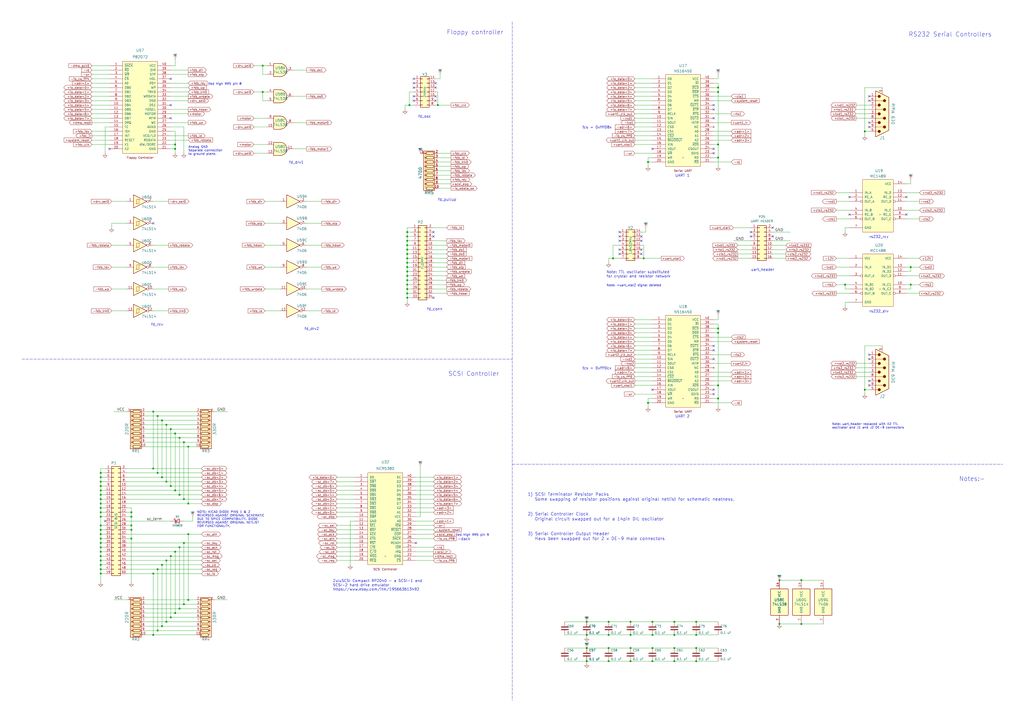
<source format=kicad_sch>
(kicad_sch (version 20211123) (generator eeschema)
  (paper "A2")
  (title_block (date "25 jun 2017"))
  (lib_symbols
    (symbol "74xx:74LS06" (pin_names (offset 1.016))
      (property "Reference" "U" (at 0 1.27 0))
      (property "Value" "74LS06" (at 0 -1.27 0))
      (symbol "74LS06_1_0"
        (pin input line (at -7.62 0 0) (length 3.81) (name "~") (number "1"))
        (pin open_collector inverted (at 7.62 0 180) (length 3.81) (name "~") (number "2"))
      )
      (symbol "74LS06_2_0"
        (pin input line (at -7.62 0 0) (length 3.81) (name "~") (number "3"))
        (pin open_collector inverted (at 7.62 0 180) (length 3.81) (name "~") (number "4"))
      )
      (symbol "74LS06_3_0"
        (pin input line (at -7.62 0 0) (length 3.81) (name "~") (number "5"))
        (pin open_collector inverted (at 7.62 0 180) (length 3.81) (name "~") (number "6"))
      )
      (symbol "74LS06_4_0"
        (pin open_collector inverted (at 7.62 0 180) (length 3.81) (name "~") (number "8"))
        (pin input line (at -7.62 0 0) (length 3.81) (name "~") (number "9"))
      )
      (symbol "74LS06_5_0"
        (pin open_collector inverted (at 7.62 0 180) (length 3.81) (name "~") (number "10"))
        (pin input line (at -7.62 0 0) (length 3.81) (name "~") (number "11"))
      )
      (symbol "74LS06_6_0"
        (pin open_collector inverted (at 7.62 0 180) (length 3.81) (name "~") (number "12"))
        (pin input line (at -7.62 0 0) (length 3.81) (name "~") (number "13"))
      )
      (symbol "74LS06_7_0"
        (pin power_in line (at 0 12.7 270) (length 5.08) (name "VCC") (number "14"))
        (pin power_in line (at 0 -12.7 90) (length 5.08) (name "GND") (number "7"))
      )
    )
    (symbol "74xx:74LS14" (pin_names (offset 1.016))
      (property "Reference" "U" (at 0 1.27 0))
      (property "Value" "74LS14" (at 0 -1.27 0))
      (symbol "74LS14_1_0"
        (pin input line (at -7.62 0 0) (length 3.81) (name "~") (number "1"))
        (pin output inverted (at 7.62 0 180) (length 3.81) (name "~") (number "2"))
      )
      (symbol "74LS14_2_0"
        (pin input line (at -7.62 0 0) (length 3.81) (name "~") (number "3"))
        (pin output inverted (at 7.62 0 180) (length 3.81) (name "~") (number "4"))
      )
      (symbol "74LS14_3_0"
        (pin input line (at -7.62 0 0) (length 3.81) (name "~") (number "5"))
        (pin output inverted (at 7.62 0 180) (length 3.81) (name "~") (number "6"))
      )
      (symbol "74LS14_4_0"
        (pin output inverted (at 7.62 0 180) (length 3.81) (name "~") (number "8"))
        (pin input line (at -7.62 0 0) (length 3.81) (name "~") (number "9"))
      )
      (symbol "74LS14_5_0"
        (pin output inverted (at 7.62 0 180) (length 3.81) (name "~") (number "10"))
        (pin input line (at -7.62 0 0) (length 3.81) (name "~") (number "11"))
      )
      (symbol "74LS14_6_0"
        (pin output inverted (at 7.62 0 180) (length 3.81) (name "~") (number "12"))
        (pin input line (at -7.62 0 0) (length 3.81) (name "~") (number "13"))
      )
      (symbol "74LS14_7_0"
        (pin power_in line (at 0 12.7 270) (length 5.08) (name "VCC") (number "14"))
        (pin power_in line (at 0 -12.7 90) (length 5.08) (name "GND") (number "7"))
      )
    )
    (symbol "74xx:74LS38" (pin_names (offset 1.016))
      (property "Reference" "U" (at 0 1.27 0))
      (property "Value" "74LS38" (at 0 -1.27 0))
      (symbol "74LS38_1_1"
        (pin input line (at -7.62 2.54 0) (length 3.81) (name "~") (number "1"))
        (pin input line (at -7.62 -2.54 0) (length 3.81) (name "~") (number "2"))
        (pin open_collector inverted (at 7.62 0 180) (length 3.81) (name "~") (number "3"))
      )
      (symbol "74LS38_1_2"
        (pin input inverted (at -7.62 2.54 0) (length 4.318) (name "~") (number "1"))
        (pin input inverted (at -7.62 -2.54 0) (length 4.318) (name "~") (number "2"))
        (pin open_collector line (at 7.62 0 180) (length 3.81) (name "~") (number "3"))
      )
      (symbol "74LS38_2_1"
        (pin input line (at -7.62 2.54 0) (length 3.81) (name "~") (number "4"))
        (pin input line (at -7.62 -2.54 0) (length 3.81) (name "~") (number "5"))
        (pin open_collector inverted (at 7.62 0 180) (length 3.81) (name "~") (number "6"))
      )
      (symbol "74LS38_2_2"
        (pin input inverted (at -7.62 2.54 0) (length 4.318) (name "~") (number "4"))
        (pin input inverted (at -7.62 -2.54 0) (length 4.318) (name "~") (number "5"))
        (pin open_collector line (at 7.62 0 180) (length 3.81) (name "~") (number "6"))
      )
      (symbol "74LS38_3_1"
        (pin input line (at -7.62 -2.54 0) (length 3.81) (name "~") (number "10"))
        (pin open_collector inverted (at 7.62 0 180) (length 3.81) (name "~") (number "8"))
        (pin input line (at -7.62 2.54 0) (length 3.81) (name "~") (number "9"))
      )
      (symbol "74LS38_3_2"
        (pin input inverted (at -7.62 -2.54 0) (length 4.318) (name "~") (number "10"))
        (pin open_collector line (at 7.62 0 180) (length 3.81) (name "~") (number "8"))
        (pin input inverted (at -7.62 2.54 0) (length 4.318) (name "~") (number "9"))
      )
      (symbol "74LS38_4_1"
        (pin open_collector inverted (at 7.62 0 180) (length 3.81) (name "~") (number "11"))
        (pin input line (at -7.62 2.54 0) (length 3.81) (name "~") (number "12"))
        (pin input line (at -7.62 -2.54 0) (length 3.81) (name "~") (number "13"))
      )
      (symbol "74LS38_4_2"
        (pin open_collector line (at 7.62 0 180) (length 3.81) (name "~") (number "11"))
        (pin input inverted (at -7.62 2.54 0) (length 4.318) (name "~") (number "12"))
        (pin input inverted (at -7.62 -2.54 0) (length 4.318) (name "~") (number "13"))
      )
      (symbol "74LS38_5_0"
        (pin power_in line (at 0 12.7 270) (length 5.08) (name "VCC") (number "14"))
        (pin power_in line (at 0 -12.7 90) (length 5.08) (name "GND") (number "7"))
      )
    )
    (symbol "Connector:DB9_Male_MountingHoles" (pin_names (offset 1.016) hide)
      (property "Reference" "J" (at 0 16.51 0))
      (property "Value" "DB9_Male_MountingHoles" (at 0 14.605 0))
      (symbol "DB9_Male_MountingHoles_1_1"
        (pin passive line (at 0 -15.24 90) (length 3.81) (name "PAD") (number "0"))
        (pin passive line (at -7.62 -10.16 0) (length 3.81) (name "1") (number "1"))
        (pin passive line (at -7.62 -5.08 0) (length 3.81) (name "2") (number "2"))
        (pin passive line (at -7.62 0 0) (length 3.81) (name "3") (number "3"))
        (pin passive line (at -7.62 5.08 0) (length 3.81) (name "4") (number "4"))
        (pin passive line (at -7.62 10.16 0) (length 3.81) (name "5") (number "5"))
        (pin passive line (at -7.62 -7.62 0) (length 3.81) (name "6") (number "6"))
        (pin passive line (at -7.62 -2.54 0) (length 3.81) (name "7") (number "7"))
        (pin passive line (at -7.62 2.54 0) (length 3.81) (name "8") (number "8"))
        (pin passive line (at -7.62 7.62 0) (length 3.81) (name "9") (number "9"))
      )
    )
    (symbol "Connector_Generic:Conn_02x07_Counter_Clockwise" (pin_names (offset 1.016) hide)
      (property "Reference" "J" (at 1.27 10.16 0))
      (property "Value" "Conn_02x07_Counter_Clockwise" (at 1.27 -10.16 0))
      (symbol "Conn_02x07_Counter_Clockwise_1_1"
        (pin passive line (at -5.08 7.62 0) (length 3.81) (name "Pin_1") (number "1"))
        (pin passive line (at 7.62 -2.54 180) (length 3.81) (name "Pin_10") (number "10"))
        (pin passive line (at 7.62 0 180) (length 3.81) (name "Pin_11") (number "11"))
        (pin passive line (at 7.62 2.54 180) (length 3.81) (name "Pin_12") (number "12"))
        (pin passive line (at 7.62 5.08 180) (length 3.81) (name "Pin_13") (number "13"))
        (pin passive line (at 7.62 7.62 180) (length 3.81) (name "Pin_14") (number "14"))
        (pin passive line (at -5.08 5.08 0) (length 3.81) (name "Pin_2") (number "2"))
        (pin passive line (at -5.08 2.54 0) (length 3.81) (name "Pin_3") (number "3"))
        (pin passive line (at -5.08 0 0) (length 3.81) (name "Pin_4") (number "4"))
        (pin passive line (at -5.08 -2.54 0) (length 3.81) (name "Pin_5") (number "5"))
        (pin passive line (at -5.08 -5.08 0) (length 3.81) (name "Pin_6") (number "6"))
        (pin passive line (at -5.08 -7.62 0) (length 3.81) (name "Pin_7") (number "7"))
        (pin passive line (at 7.62 -7.62 180) (length 3.81) (name "Pin_8") (number "8"))
        (pin passive line (at 7.62 -5.08 180) (length 3.81) (name "Pin_9") (number "9"))
      )
    )
    (symbol "Connector_Generic:Conn_02x08_Odd_Even" (pin_names (offset 1.016) hide)
      (property "Reference" "J" (at 1.27 10.16 0))
      (property "Value" "Conn_02x08_Odd_Even" (at 1.27 -12.7 0))
      (symbol "Conn_02x08_Odd_Even_1_1"
        (pin passive line (at -5.08 7.62 0) (length 3.81) (name "Pin_1") (number "1"))
        (pin passive line (at 7.62 -2.54 180) (length 3.81) (name "Pin_10") (number "10"))
        (pin passive line (at -5.08 -5.08 0) (length 3.81) (name "Pin_11") (number "11"))
        (pin passive line (at 7.62 -5.08 180) (length 3.81) (name "Pin_12") (number "12"))
        (pin passive line (at -5.08 -7.62 0) (length 3.81) (name "Pin_13") (number "13"))
        (pin passive line (at 7.62 -7.62 180) (length 3.81) (name "Pin_14") (number "14"))
        (pin passive line (at -5.08 -10.16 0) (length 3.81) (name "Pin_15") (number "15"))
        (pin passive line (at 7.62 -10.16 180) (length 3.81) (name "Pin_16") (number "16"))
        (pin passive line (at 7.62 7.62 180) (length 3.81) (name "Pin_2") (number "2"))
        (pin passive line (at -5.08 5.08 0) (length 3.81) (name "Pin_3") (number "3"))
        (pin passive line (at 7.62 5.08 180) (length 3.81) (name "Pin_4") (number "4"))
        (pin passive line (at -5.08 2.54 0) (length 3.81) (name "Pin_5") (number "5"))
        (pin passive line (at 7.62 2.54 180) (length 3.81) (name "Pin_6") (number "6"))
        (pin passive line (at -5.08 0 0) (length 3.81) (name "Pin_7") (number "7"))
        (pin passive line (at 7.62 0 180) (length 3.81) (name "Pin_8") (number "8"))
        (pin passive line (at -5.08 -2.54 0) (length 3.81) (name "Pin_9") (number "9"))
      )
    )
    (symbol "Connector_Generic:Conn_02x17_Odd_Even" (pin_names (offset 1.016) hide)
      (property "Reference" "J" (at 1.27 22.86 0))
      (property "Value" "Conn_02x17_Odd_Even" (at 1.27 -22.86 0))
      (symbol "Conn_02x17_Odd_Even_1_1"
        (pin passive line (at -5.08 20.32 0) (length 3.81) (name "Pin_1") (number "1"))
        (pin passive line (at 7.62 10.16 180) (length 3.81) (name "Pin_10") (number "10"))
        (pin passive line (at -5.08 7.62 0) (length 3.81) (name "Pin_11") (number "11"))
        (pin passive line (at 7.62 7.62 180) (length 3.81) (name "Pin_12") (number "12"))
        (pin passive line (at -5.08 5.08 0) (length 3.81) (name "Pin_13") (number "13"))
        (pin passive line (at 7.62 5.08 180) (length 3.81) (name "Pin_14") (number "14"))
        (pin passive line (at -5.08 2.54 0) (length 3.81) (name "Pin_15") (number "15"))
        (pin passive line (at 7.62 2.54 180) (length 3.81) (name "Pin_16") (number "16"))
        (pin passive line (at -5.08 0 0) (length 3.81) (name "Pin_17") (number "17"))
        (pin passive line (at 7.62 0 180) (length 3.81) (name "Pin_18") (number "18"))
        (pin passive line (at -5.08 -2.54 0) (length 3.81) (name "Pin_19") (number "19"))
        (pin passive line (at 7.62 20.32 180) (length 3.81) (name "Pin_2") (number "2"))
        (pin passive line (at 7.62 -2.54 180) (length 3.81) (name "Pin_20") (number "20"))
        (pin passive line (at -5.08 -5.08 0) (length 3.81) (name "Pin_21") (number "21"))
        (pin passive line (at 7.62 -5.08 180) (length 3.81) (name "Pin_22") (number "22"))
        (pin passive line (at -5.08 -7.62 0) (length 3.81) (name "Pin_23") (number "23"))
        (pin passive line (at 7.62 -7.62 180) (length 3.81) (name "Pin_24") (number "24"))
        (pin passive line (at -5.08 -10.16 0) (length 3.81) (name "Pin_25") (number "25"))
        (pin passive line (at 7.62 -10.16 180) (length 3.81) (name "Pin_26") (number "26"))
        (pin passive line (at -5.08 -12.7 0) (length 3.81) (name "Pin_27") (number "27"))
        (pin passive line (at 7.62 -12.7 180) (length 3.81) (name "Pin_28") (number "28"))
        (pin passive line (at -5.08 -15.24 0) (length 3.81) (name "Pin_29") (number "29"))
        (pin passive line (at -5.08 17.78 0) (length 3.81) (name "Pin_3") (number "3"))
        (pin passive line (at 7.62 -15.24 180) (length 3.81) (name "Pin_30") (number "30"))
        (pin passive line (at -5.08 -17.78 0) (length 3.81) (name "Pin_31") (number "31"))
        (pin passive line (at 7.62 -17.78 180) (length 3.81) (name "Pin_32") (number "32"))
        (pin passive line (at -5.08 -20.32 0) (length 3.81) (name "Pin_33") (number "33"))
        (pin passive line (at 7.62 -20.32 180) (length 3.81) (name "Pin_34") (number "34"))
        (pin passive line (at 7.62 17.78 180) (length 3.81) (name "Pin_4") (number "4"))
        (pin passive line (at -5.08 15.24 0) (length 3.81) (name "Pin_5") (number "5"))
        (pin passive line (at 7.62 15.24 180) (length 3.81) (name "Pin_6") (number "6"))
        (pin passive line (at -5.08 12.7 0) (length 3.81) (name "Pin_7") (number "7"))
        (pin passive line (at 7.62 12.7 180) (length 3.81) (name "Pin_8") (number "8"))
        (pin passive line (at -5.08 10.16 0) (length 3.81) (name "Pin_9") (number "9"))
      )
    )
    (symbol "Connector_Generic:Conn_02x25_Odd_Even" (pin_names (offset 1.016) hide)
      (property "Reference" "J" (at 1.27 33.02 0))
      (property "Value" "Conn_02x25_Odd_Even" (at 1.27 -33.02 0))
      (symbol "Conn_02x25_Odd_Even_1_1"
        (pin passive line (at -5.08 30.48 0) (length 3.81) (name "Pin_1") (number "1"))
        (pin passive line (at 7.62 20.32 180) (length 3.81) (name "Pin_10") (number "10"))
        (pin passive line (at -5.08 17.78 0) (length 3.81) (name "Pin_11") (number "11"))
        (pin passive line (at 7.62 17.78 180) (length 3.81) (name "Pin_12") (number "12"))
        (pin passive line (at -5.08 15.24 0) (length 3.81) (name "Pin_13") (number "13"))
        (pin passive line (at 7.62 15.24 180) (length 3.81) (name "Pin_14") (number "14"))
        (pin passive line (at -5.08 12.7 0) (length 3.81) (name "Pin_15") (number "15"))
        (pin passive line (at 7.62 12.7 180) (length 3.81) (name "Pin_16") (number "16"))
        (pin passive line (at -5.08 10.16 0) (length 3.81) (name "Pin_17") (number "17"))
        (pin passive line (at 7.62 10.16 180) (length 3.81) (name "Pin_18") (number "18"))
        (pin passive line (at -5.08 7.62 0) (length 3.81) (name "Pin_19") (number "19"))
        (pin passive line (at 7.62 30.48 180) (length 3.81) (name "Pin_2") (number "2"))
        (pin passive line (at 7.62 7.62 180) (length 3.81) (name "Pin_20") (number "20"))
        (pin passive line (at -5.08 5.08 0) (length 3.81) (name "Pin_21") (number "21"))
        (pin passive line (at 7.62 5.08 180) (length 3.81) (name "Pin_22") (number "22"))
        (pin passive line (at -5.08 2.54 0) (length 3.81) (name "Pin_23") (number "23"))
        (pin passive line (at 7.62 2.54 180) (length 3.81) (name "Pin_24") (number "24"))
        (pin passive line (at -5.08 0 0) (length 3.81) (name "Pin_25") (number "25"))
        (pin passive line (at 7.62 0 180) (length 3.81) (name "Pin_26") (number "26"))
        (pin passive line (at -5.08 -2.54 0) (length 3.81) (name "Pin_27") (number "27"))
        (pin passive line (at 7.62 -2.54 180) (length 3.81) (name "Pin_28") (number "28"))
        (pin passive line (at -5.08 -5.08 0) (length 3.81) (name "Pin_29") (number "29"))
        (pin passive line (at -5.08 27.94 0) (length 3.81) (name "Pin_3") (number "3"))
        (pin passive line (at 7.62 -5.08 180) (length 3.81) (name "Pin_30") (number "30"))
        (pin passive line (at -5.08 -7.62 0) (length 3.81) (name "Pin_31") (number "31"))
        (pin passive line (at 7.62 -7.62 180) (length 3.81) (name "Pin_32") (number "32"))
        (pin passive line (at -5.08 -10.16 0) (length 3.81) (name "Pin_33") (number "33"))
        (pin passive line (at 7.62 -10.16 180) (length 3.81) (name "Pin_34") (number "34"))
        (pin passive line (at -5.08 -12.7 0) (length 3.81) (name "Pin_35") (number "35"))
        (pin passive line (at 7.62 -12.7 180) (length 3.81) (name "Pin_36") (number "36"))
        (pin passive line (at -5.08 -15.24 0) (length 3.81) (name "Pin_37") (number "37"))
        (pin passive line (at 7.62 -15.24 180) (length 3.81) (name "Pin_38") (number "38"))
        (pin passive line (at -5.08 -17.78 0) (length 3.81) (name "Pin_39") (number "39"))
        (pin passive line (at 7.62 27.94 180) (length 3.81) (name "Pin_4") (number "4"))
        (pin passive line (at 7.62 -17.78 180) (length 3.81) (name "Pin_40") (number "40"))
        (pin passive line (at -5.08 -20.32 0) (length 3.81) (name "Pin_41") (number "41"))
        (pin passive line (at 7.62 -20.32 180) (length 3.81) (name "Pin_42") (number "42"))
        (pin passive line (at -5.08 -22.86 0) (length 3.81) (name "Pin_43") (number "43"))
        (pin passive line (at 7.62 -22.86 180) (length 3.81) (name "Pin_44") (number "44"))
        (pin passive line (at -5.08 -25.4 0) (length 3.81) (name "Pin_45") (number "45"))
        (pin passive line (at 7.62 -25.4 180) (length 3.81) (name "Pin_46") (number "46"))
        (pin passive line (at -5.08 -27.94 0) (length 3.81) (name "Pin_47") (number "47"))
        (pin passive line (at 7.62 -27.94 180) (length 3.81) (name "Pin_48") (number "48"))
        (pin passive line (at -5.08 -30.48 0) (length 3.81) (name "Pin_49") (number "49"))
        (pin passive line (at -5.08 25.4 0) (length 3.81) (name "Pin_5") (number "5"))
        (pin passive line (at 7.62 -30.48 180) (length 3.81) (name "Pin_50") (number "50"))
        (pin passive line (at 7.62 25.4 180) (length 3.81) (name "Pin_6") (number "6"))
        (pin passive line (at -5.08 22.86 0) (length 3.81) (name "Pin_7") (number "7"))
        (pin passive line (at 7.62 22.86 180) (length 3.81) (name "Pin_8") (number "8"))
        (pin passive line (at -5.08 20.32 0) (length 3.81) (name "Pin_9") (number "9"))
      )
    )
    (symbol "Device:C" (pin_numbers hide) (pin_names (offset 0.254))
      (property "Reference" "C" (at 0.635 2.54 0))
      (property "Value" "C" (at 0.635 -2.54 0))
      (symbol "C_1_1"
        (pin passive line (at 0 3.81 270) (length 2.794) (name "~") (number "1"))
        (pin passive line (at 0 -3.81 90) (length 2.794) (name "~") (number "2"))
      )
    )
    (symbol "Device:R_Network09" (pin_names (offset 0) hide)
      (property "Reference" "RN" (at -12.7 0 90))
      (property "Value" "R_Network09" (at 12.7 0 90))
      (symbol "R_Network09_1_1"
        (pin passive line (at -10.16 5.08 270) (length 2.54) (name "common") (number "1"))
        (pin passive line (at 10.16 -5.08 90) (length 1.27) (name "R9") (number "10"))
        (pin passive line (at -10.16 -5.08 90) (length 1.27) (name "R1") (number "2"))
        (pin passive line (at -7.62 -5.08 90) (length 1.27) (name "R2") (number "3"))
        (pin passive line (at -5.08 -5.08 90) (length 1.27) (name "R3") (number "4"))
        (pin passive line (at -2.54 -5.08 90) (length 1.27) (name "R4") (number "5"))
        (pin passive line (at 0 -5.08 90) (length 1.27) (name "R5") (number "6"))
        (pin passive line (at 2.54 -5.08 90) (length 1.27) (name "R6") (number "7"))
        (pin passive line (at 5.08 -5.08 90) (length 1.27) (name "R7") (number "8"))
        (pin passive line (at 7.62 -5.08 90) (length 1.27) (name "R8") (number "9"))
      )
    )
    (symbol "Diode:1N5820" (pin_numbers hide) (pin_names (offset 1.016) hide)
      (property "Reference" "D" (at 0 2.54 0))
      (property "Value" "1N5820" (at 0 -2.54 0))
      (symbol "1N5820_1_1"
        (pin passive line (at -3.81 0 0) (length 2.54) (name "K") (number "1"))
        (pin passive line (at 3.81 0 180) (length 2.54) (name "A") (number "2"))
      )
    )
    (symbol "NS_32k:NCR5380" (pin_names (offset 1.016))
      (property "Reference" "U" (at 0 38.1 0))
      (property "Value" "NCR5380" (at 0 34.29 0))
      (symbol "NCR5380_0_0"
        (text "SCSI Controller" (at 0 -24.13 0) (effects (font (size 1.1938 1.1938))))
      )
      (symbol "NCR5380_1_1"
        (pin tri_state line (at -17.78 29.21 0) (length 7.62) (name "D0") (number "1"))
        (pin bidirectional line (at -17.78 6.35 0) (length 7.62) (name "~{DBP}") (number "10"))
        (pin power_in line (at -17.78 3.81 0) (length 7.62) (name "GND") (number "11"))
        (pin bidirectional line (at -17.78 1.27 0) (length 7.62) (name "~{SEL}") (number "12"))
        (pin bidirectional line (at -17.78 -1.27 0) (length 7.62) (name "~{BSY}") (number "13"))
        (pin bidirectional line (at -17.78 -3.81 0) (length 7.62) (name "~{ACK}") (number "14"))
        (pin bidirectional line (at -17.78 -6.35 0) (length 7.62) (name "~{ATN}") (number "15"))
        (pin bidirectional line (at -17.78 -8.89 0) (length 7.62) (name "~{RST}") (number "16"))
        (pin bidirectional line (at -17.78 -11.43 0) (length 7.62) (name "~{I/O}") (number "17"))
        (pin bidirectional line (at -17.78 -13.97 0) (length 7.62) (name "~{C/D}") (number "18"))
        (pin bidirectional line (at -17.78 -16.51 0) (length 7.62) (name "~{MSG}") (number "19"))
        (pin bidirectional line (at -17.78 26.67 0) (length 7.62) (name "~{DB7}") (number "2"))
        (pin bidirectional line (at -17.78 -19.05 0) (length 7.62) (name "~{REQ}") (number "20"))
        (pin input line (at 17.78 -19.05 180) (length 7.62) (name "~{CS}") (number "21"))
        (pin output line (at 17.78 -16.51 180) (length 7.62) (name "DRQ") (number "22"))
        (pin output line (at 17.78 -13.97 180) (length 7.62) (name "IRQ") (number "23"))
        (pin input line (at 17.78 -11.43 180) (length 7.62) (name "~{IOR}") (number "24"))
        (pin output line (at 17.78 -8.89 180) (length 7.62) (name "READY") (number "25"))
        (pin input line (at 17.78 -6.35 180) (length 7.62) (name "~{DACK}") (number "26"))
        (pin input line (at 17.78 -3.81 180) (length 7.62) (name "~{EOP}") (number "27"))
        (pin input line (at 17.78 -1.27 180) (length 7.62) (name "~{RESET}") (number "28"))
        (pin input line (at 17.78 1.27 180) (length 7.62) (name "~{IOW}") (number "29"))
        (pin bidirectional line (at -17.78 24.13 0) (length 7.62) (name "~{DB6}") (number "3"))
        (pin input line (at 17.78 3.81 180) (length 7.62) (name "A0") (number "30"))
        (pin power_in line (at 17.78 6.35 180) (length 7.62) (name "VCC") (number "31"))
        (pin input line (at 17.78 8.89 180) (length 7.62) (name "A1") (number "32"))
        (pin input line (at 17.78 11.43 180) (length 7.62) (name "A2") (number "33"))
        (pin tri_state line (at 17.78 13.97 180) (length 7.62) (name "D7") (number "34"))
        (pin tri_state line (at 17.78 16.51 180) (length 7.62) (name "D6") (number "35"))
        (pin tri_state line (at 17.78 19.05 180) (length 7.62) (name "D5") (number "36"))
        (pin tri_state line (at 17.78 21.59 180) (length 7.62) (name "D4") (number "37"))
        (pin tri_state line (at 17.78 24.13 180) (length 7.62) (name "D3") (number "38"))
        (pin tri_state line (at 17.78 26.67 180) (length 7.62) (name "D2") (number "39"))
        (pin bidirectional line (at -17.78 21.59 0) (length 7.62) (name "~{DB5}") (number "4"))
        (pin tri_state line (at 17.78 29.21 180) (length 7.62) (name "D1") (number "40"))
        (pin bidirectional line (at -17.78 19.05 0) (length 7.62) (name "~{DB4}") (number "5"))
        (pin bidirectional line (at -17.78 16.51 0) (length 7.62) (name "~{DB3}") (number "6"))
        (pin bidirectional line (at -17.78 13.97 0) (length 7.62) (name "~{DB2}") (number "7"))
        (pin bidirectional line (at -17.78 11.43 0) (length 7.62) (name "~{DB1}") (number "8"))
        (pin bidirectional line (at -17.78 8.89 0) (length 7.62) (name "~{DB0}") (number "9"))
      )
    )
    (symbol "NS_32k:NS16450" (pin_names (offset 1.016))
      (property "Reference" "U" (at 0 38.1 0))
      (property "Value" "NS16450" (at 0 34.29 0))
      (symbol "NS16450_0_0"
        (text "Serial UART" (at 0 -24.13 0) (effects (font (size 1.1938 1.1938))))
      )
      (symbol "NS16450_1_1"
        (pin tri_state line (at -17.78 29.21 0) (length 7.62) (name "D0") (number "1"))
        (pin input line (at -17.78 6.35 0) (length 7.62) (name "SIN") (number "10"))
        (pin output line (at -17.78 3.81 0) (length 7.62) (name "SOUT") (number "11"))
        (pin input line (at -17.78 1.27 0) (length 7.62) (name "CS0") (number "12"))
        (pin input line (at -17.78 -1.27 0) (length 7.62) (name "CS1") (number "13"))
        (pin input line (at -17.78 -3.81 0) (length 7.62) (name "~{CS2}") (number "14"))
        (pin output line (at -17.78 -6.35 0) (length 7.62) (name "~{BAUDOUT}") (number "15"))
        (pin input line (at -17.78 -8.89 0) (length 7.62) (name "XIN") (number "16"))
        (pin output line (at -17.78 -11.43 0) (length 7.62) (name "XOUT") (number "17"))
        (pin input line (at -17.78 -13.97 0) (length 7.62) (name "~{WR}") (number "18"))
        (pin input line (at -17.78 -16.51 0) (length 7.62) (name "WR") (number "19"))
        (pin tri_state line (at -17.78 26.67 0) (length 7.62) (name "D1") (number "2"))
        (pin power_in line (at -17.78 -19.05 0) (length 7.62) (name "GND") (number "20"))
        (pin input line (at 17.78 -19.05 180) (length 7.62) (name "~{RD}") (number "21"))
        (pin input line (at 17.78 -16.51 180) (length 7.62) (name "RD") (number "22"))
        (pin output line (at 17.78 -13.97 180) (length 7.62) (name "DDIS") (number "23"))
        (pin output line (at 17.78 -11.43 180) (length 7.62) (name "CSOUT") (number "24"))
        (pin input line (at 17.78 -8.89 180) (length 7.62) (name "~{ADS}") (number "25"))
        (pin input line (at 17.78 -6.35 180) (length 7.62) (name "A2") (number "26"))
        (pin input line (at 17.78 -3.81 180) (length 7.62) (name "A1") (number "27"))
        (pin input line (at 17.78 -1.27 180) (length 7.62) (name "A0") (number "28"))
        (pin no_connect line (at 17.78 1.27 180) (length 7.62) (name "NC") (number "29"))
        (pin tri_state line (at -17.78 24.13 0) (length 7.62) (name "D2") (number "3"))
        (pin output line (at 17.78 3.81 180) (length 7.62) (name "INTR") (number "30"))
        (pin output line (at 17.78 6.35 180) (length 7.62) (name "~{OUT2}") (number "31"))
        (pin output line (at 17.78 8.89 180) (length 7.62) (name "~{RTS}") (number "32"))
        (pin output line (at 17.78 11.43 180) (length 7.62) (name "~{DTR}") (number "33"))
        (pin output line (at 17.78 13.97 180) (length 7.62) (name "~{OUT1}") (number "34"))
        (pin input line (at 17.78 16.51 180) (length 7.62) (name "MR") (number "35"))
        (pin input line (at 17.78 19.05 180) (length 7.62) (name "~{CTS}") (number "36"))
        (pin input line (at 17.78 21.59 180) (length 7.62) (name "~{DSR}") (number "37"))
        (pin input line (at 17.78 24.13 180) (length 7.62) (name "~{DCD}") (number "38"))
        (pin input line (at 17.78 26.67 180) (length 7.62) (name "~{RI}") (number "39"))
        (pin tri_state line (at -17.78 21.59 0) (length 7.62) (name "D3") (number "4"))
        (pin power_in line (at 17.78 29.21 180) (length 7.62) (name "VCC") (number "40"))
        (pin tri_state line (at -17.78 19.05 0) (length 7.62) (name "D4") (number "5"))
        (pin tri_state line (at -17.78 16.51 0) (length 7.62) (name "D5") (number "6"))
        (pin tri_state line (at -17.78 13.97 0) (length 7.62) (name "D6") (number "7"))
        (pin tri_state line (at -17.78 11.43 0) (length 7.62) (name "D7") (number "8"))
        (pin input line (at -17.78 8.89 0) (length 7.62) (name "RCLK") (number "9"))
      )
    )
    (symbol "NS_32k:P82072" (pin_names (offset 1.016))
      (property "Reference" "U" (at 0 38.1 0))
      (property "Value" "P82072" (at 0 34.29 0))
      (symbol "P82072_0_0"
        (text "Floppy Controller" (at 0 -24.13 0) (effects (font (size 1.1938 1.1938))))
      )
      (symbol "P82072_1_1"
        (pin input line (at -17.78 29.21 0) (length 7.62) (name "~{DACK}") (number "1"))
        (pin tri_state line (at -17.78 6.35 0) (length 7.62) (name "DB4") (number "10"))
        (pin tri_state line (at -17.78 3.81 0) (length 7.62) (name "DB5") (number "11"))
        (pin tri_state line (at -17.78 1.27 0) (length 7.62) (name "DB6") (number "12"))
        (pin tri_state line (at -17.78 -1.27 0) (length 7.62) (name "DB7") (number "13"))
        (pin output line (at -17.78 -3.81 0) (length 7.62) (name "DRQ") (number "14"))
        (pin input line (at -17.78 -6.35 0) (length 7.62) (name "TC") (number "15"))
        (pin input line (at -17.78 -8.89 0) (length 7.62) (name "IDX") (number "16"))
        (pin output line (at -17.78 -11.43 0) (length 7.62) (name "INT") (number "17"))
        (pin input line (at -17.78 -13.97 0) (length 7.62) (name "RESET") (number "18"))
        (pin input line (at -17.78 -16.51 0) (length 7.62) (name "X1") (number "19"))
        (pin input line (at -17.78 26.67 0) (length 7.62) (name "~{RD}") (number "2"))
        (pin input line (at -17.78 -19.05 0) (length 7.62) (name "X2") (number "20"))
        (pin power_in line (at 17.78 -19.05 180) (length 7.62) (name "GND") (number "21"))
        (pin input line (at 17.78 -16.51 180) (length 7.62) (name "DW/DDRE") (number "22"))
        (pin input line (at 17.78 -13.97 180) (length 7.62) (name "RDDATA") (number "23"))
        (pin output line (at 17.78 -11.43 180) (length 7.62) (name "VCO/LD") (number "24"))
        (pin power_in line (at 17.78 -8.89 180) (length 7.62) (name "GND") (number "25"))
        (pin power_in line (at 17.78 -6.35 180) (length 7.62) (name "AGND") (number "26"))
        (pin output line (at 17.78 -3.81 180) (length 7.62) (name "WE") (number "27"))
        (pin output line (at 17.78 -1.27 180) (length 7.62) (name "MFM") (number "28"))
        (pin output line (at 17.78 1.27 180) (length 7.62) (name "MOTOR") (number "29"))
        (pin input line (at -17.78 24.13 0) (length 7.62) (name "~{WR}") (number "3"))
        (pin output line (at 17.78 3.81 180) (length 7.62) (name "HDSEL") (number "30"))
        (pin output line (at 17.78 6.35 180) (length 7.62) (name "DS1") (number "31"))
        (pin output line (at 17.78 8.89 180) (length 7.62) (name "DS0") (number "32"))
        (pin output line (at 17.78 11.43 180) (length 7.62) (name "WRDATA") (number "33"))
        (pin input line (at 17.78 13.97 180) (length 7.62) (name "TRK0") (number "34"))
        (pin input line (at 17.78 16.51 180) (length 7.62) (name "WP") (number "35"))
        (pin input line (at 17.78 19.05 180) (length 7.62) (name "RDY") (number "36"))
        (pin output line (at 17.78 21.59 180) (length 7.62) (name "HDL") (number "37"))
        (pin output line (at 17.78 24.13 180) (length 7.62) (name "STP") (number "38"))
        (pin output line (at 17.78 26.67 180) (length 7.62) (name "DIR") (number "39"))
        (pin input line (at -17.78 21.59 0) (length 7.62) (name "~{CS}") (number "4"))
        (pin power_in line (at 17.78 29.21 180) (length 7.62) (name "VCC") (number "40"))
        (pin input line (at -17.78 19.05 0) (length 7.62) (name "A0") (number "5"))
        (pin tri_state line (at -17.78 16.51 0) (length 7.62) (name "DB0") (number "6"))
        (pin tri_state line (at -17.78 13.97 0) (length 7.62) (name "DB1") (number "7"))
        (pin tri_state line (at -17.78 11.43 0) (length 7.62) (name "DB2") (number "8"))
        (pin tri_state line (at -17.78 8.89 0) (length 7.62) (name "DB3") (number "9"))
      )
    )
    (symbol "mc1488:MC1488" (pin_names (offset 1.016))
      (property "Reference" "U" (at 0 25.4 0))
      (property "Value" "MC1488" (at -1.27 22.86 0))
      (symbol "MC1488_1_1"
        (pin power_in line (at -17.78 17.78 0) (length 7.62) (name "VEE") (number "1"))
        (pin input line (at 15.24 2.54 180) (length 7.62) (name "IN_C1") (number "10"))
        (pin output inverted (at 15.24 7.62 180) (length 7.62) (name "OUT_D") (number "11"))
        (pin input line (at 15.24 10.16 180) (length 7.62) (name "IN_D2") (number "12"))
        (pin input line (at 15.24 12.7 180) (length 7.62) (name "IN_D1") (number "13"))
        (pin power_in line (at 15.24 17.78 180) (length 7.62) (name "VCC") (number "14"))
        (pin input line (at -17.78 12.7 0) (length 7.62) (name "IN_A") (number "2"))
        (pin output inverted (at -17.78 7.62 0) (length 7.62) (name "OUT_A") (number "3"))
        (pin input line (at -17.78 2.54 0) (length 7.62) (name "IN_B1") (number "4"))
        (pin input line (at -17.78 0 0) (length 7.62) (name "IN_B2") (number "5"))
        (pin output inverted (at -17.78 -2.54 0) (length 7.62) (name "OUT_B") (number "6"))
        (pin power_in line (at -17.78 -7.62 0) (length 7.62) (name "GND") (number "7"))
        (pin output inverted (at 15.24 -2.54 180) (length 7.62) (name "OUT_C") (number "8"))
        (pin input line (at 15.24 0 180) (length 7.62) (name "IN_C2") (number "9"))
      )
    )
    (symbol "mc1489:MC1489" (pin_names (offset 1.016))
      (property "Reference" "U" (at 0 25.4 0))
      (property "Value" "MC1489" (at -1.27 22.86 0))
      (symbol "MC1489_1_1"
        (pin input line (at -17.78 12.7 0) (length 7.62) (name "IN_A") (number "1"))
        (pin input line (at 15.24 2.54 180) (length 7.62) (name "IN_C") (number "10"))
        (pin output inverted (at 15.24 7.62 180) (length 7.62) (name "OUT_D") (number "11"))
        (pin input line (at 15.24 10.16 180) (length 7.62) (name "RC_D") (number "12"))
        (pin input line (at 15.24 12.7 180) (length 7.62) (name "IN_D") (number "13"))
        (pin power_in line (at 15.24 17.78 180) (length 7.62) (name "VCC") (number "14"))
        (pin input line (at -17.78 10.16 0) (length 7.62) (name "RC_A") (number "2"))
        (pin output inverted (at -17.78 7.62 0) (length 7.62) (name "OUT_A") (number "3"))
        (pin input line (at -17.78 2.54 0) (length 7.62) (name "IN_B") (number "4"))
        (pin input line (at -17.78 0 0) (length 7.62) (name "RC_B") (number "5"))
        (pin output inverted (at -17.78 -2.54 0) (length 7.62) (name "OUT_B") (number "6"))
        (pin power_in line (at -17.78 -7.62 0) (length 7.62) (name "GND") (number "7"))
        (pin output inverted (at 15.24 -2.54 180) (length 7.62) (name "OUT_C") (number "8"))
        (pin input line (at 15.24 0 180) (length 7.62) (name "RC_C") (number "9"))
      )
    )
    (symbol "power:GND" (power) (pin_names (offset 0))
      (property "Value" "GND" (at 0 -3.81 0))
      (symbol "GND_1_1"
        (pin power_in line (at 0 0 270) (length 0) hide (name "GND") (number "1"))
      )
    )
    (symbol "power:VCC" (power) (pin_names (offset 0))
      (property "Value" "VCC" (at 0 3.81 0))
      (symbol "VCC_1_1"
        (pin power_in line (at 0 0 90) (length 0) hide (name "VCC") (number "1"))
      )
    )
  )
  (junction (at 76.2 299.72))
  (junction (at 58.42 317.5))
  (junction (at 91.44 241.3))
  (junction (at 416.56 91.44))
  (junction (at 76.2 307.34))
  (junction (at 109.22 347.98))
  (junction (at 464.82 361.95))
  (junction (at 58.42 309.88))
  (junction (at 236.22 165.1))
  (junction (at 254 60.96))
  (junction (at 88.9 271.78))
  (junction (at 416.56 83.82))
  (junction (at 58.42 299.72))
  (junction (at 378.46 368.3))
  (junction (at 365.76 368.3))
  (junction (at 106.68 256.54))
  (junction (at 452.12 361.95))
  (junction (at 403.86 383.54))
  (junction (at 501.65 226.06))
  (junction (at 58.42 327.66))
  (junction (at 99.06 358.14))
  (junction (at 236.22 170.18))
  (junction (at 403.86 375.92))
  (junction (at 375.92 93.98))
  (junction (at 391.16 383.54))
  (junction (at 58.42 312.42))
  (junction (at 58.42 279.4))
  (junction (at 58.42 294.64))
  (junction (at 373.38 149.86))
  (junction (at 236.22 147.32))
  (junction (at 375.92 233.68))
  (junction (at 391.16 368.3))
  (junction (at 236.22 137.16))
  (junction (at 378.46 383.54))
  (junction (at 501.65 76.2))
  (junction (at 353.06 383.54))
  (junction (at 236.22 142.24))
  (junction (at 403.86 360.68))
  (junction (at 365.76 383.54))
  (junction (at 340.36 383.54))
  (junction (at 353.06 375.92))
  (junction (at 236.22 160.02))
  (junction (at 96.52 325.12))
  (junction (at 365.76 375.92))
  (junction (at 416.56 193.04))
  (junction (at 464.82 336.55))
  (junction (at 58.42 297.18))
  (junction (at 101.6 320.04))
  (junction (at 58.42 322.58))
  (junction (at 353.06 360.68))
  (junction (at 236.22 172.72))
  (junction (at 91.44 330.2))
  (junction (at 528.32 154.94))
  (junction (at 99.06 322.58))
  (junction (at 93.98 243.84))
  (junction (at 58.42 314.96))
  (junction (at 416.56 53.34))
  (junction (at 106.68 289.56))
  (junction (at 365.76 360.68))
  (junction (at 58.42 289.56))
  (junction (at 109.22 259.08))
  (junction (at 355.6 149.86))
  (junction (at 58.42 274.32))
  (junction (at 93.98 327.66))
  (junction (at 378.46 375.92))
  (junction (at 340.36 375.92))
  (junction (at 106.68 350.52))
  (junction (at 378.46 360.68))
  (junction (at 58.42 320.04))
  (junction (at 58.42 292.1))
  (junction (at 236.22 162.56))
  (junction (at 91.44 274.32))
  (junction (at 236.22 149.86))
  (junction (at 391.16 360.68))
  (junction (at 91.44 365.76))
  (junction (at 353.06 368.3))
  (junction (at 104.14 254))
  (junction (at 340.36 360.68))
  (junction (at 391.16 375.92))
  (junction (at 93.98 276.86))
  (junction (at 416.56 223.52))
  (junction (at 58.42 287.02))
  (junction (at 403.86 368.3))
  (junction (at 76.2 297.18))
  (junction (at 101.6 251.46))
  (junction (at 236.22 144.78))
  (junction (at 99.06 248.92))
  (junction (at 416.56 50.8))
  (junction (at 104.14 317.5))
  (junction (at 104.14 353.06))
  (junction (at 76.2 304.8))
  (junction (at 416.56 190.5))
  (junction (at 236.22 154.94))
  (junction (at 236.22 134.62))
  (junction (at 101.6 284.48))
  (junction (at 58.42 276.86))
  (junction (at 96.52 279.4))
  (junction (at 101.6 86.36))
  (junction (at 99.06 281.94))
  (junction (at 58.42 325.12))
  (junction (at 528.32 165.1))
  (junction (at 93.98 363.22))
  (junction (at 76.2 312.42))
  (junction (at 452.12 336.55))
  (junction (at 152.4 38.1))
  (junction (at 58.42 304.8))
  (junction (at 88.9 238.76))
  (junction (at 106.68 314.96))
  (junction (at 236.22 152.4))
  (junction (at 58.42 332.74))
  (junction (at 88.9 368.3))
  (junction (at 96.52 360.68))
  (junction (at 340.36 368.3))
  (junction (at 152.4 53.34))
  (junction (at 96.52 246.38))
  (junction (at 104.14 287.02))
  (junction (at 490.22 165.1))
  (junction (at 101.6 355.6))
  (junction (at 101.6 83.82))
  (junction (at 236.22 157.48))
  (junction (at 58.42 307.34))
  (junction (at 58.42 330.2))
  (junction (at 236.22 167.64))
  (junction (at 88.9 332.74))
  (junction (at 236.22 139.7))
  (junction (at 416.56 231.14))
  (junction (at 109.22 309.88))
  (junction (at 109.22 292.1))
  (junction (at 58.42 284.48))
  (junction (at 237.49 60.96))
  (junction (at 58.42 281.94))
  (no_connect (at 88.9 129.54))
  (no_connect (at 504.19 58.42))
  (no_connect (at 240.03 55.88))
  (no_connect (at 504.19 71.12))
  (no_connect (at 504.19 223.52))
  (no_connect (at 99.06 45.72))
  (no_connect (at 414.02 88.9))
  (no_connect (at 240.03 50.8))
  (no_connect (at 240.03 58.42))
  (no_connect (at 414.02 86.36))
  (no_connect (at 525.78 114.3))
  (no_connect (at 504.19 73.66))
  (no_connect (at 414.02 203.2))
  (no_connect (at 251.46 172.72))
  (no_connect (at 504.19 55.88))
  (no_connect (at 359.41 147.32))
  (no_connect (at 63.5 86.36))
  (no_connect (at 378.46 86.36))
  (no_connect (at 414.02 60.96))
  (no_connect (at 435.61 134.62))
  (no_connect (at 525.78 124.46))
  (no_connect (at 372.11 144.78))
  (no_connect (at 251.46 134.62))
  (no_connect (at 252.73 48.26))
  (no_connect (at 372.11 147.32))
  (no_connect (at 251.46 137.16))
  (no_connect (at 372.11 139.7))
  (no_connect (at 414.02 63.5))
  (no_connect (at 414.02 228.6))
  (no_connect (at 99.06 68.58))
  (no_connect (at 241.3 314.96))
  (no_connect (at 414.02 208.28))
  (no_connect (at 378.46 226.06))
  (no_connect (at 372.11 137.16))
  (no_connect (at 414.02 68.58))
  (no_connect (at 252.73 58.42))
  (no_connect (at 359.41 137.16))
  (no_connect (at 414.02 200.66))
  (no_connect (at 359.41 134.62))
  (no_connect (at 492.76 124.46))
  (no_connect (at 448.31 132.08))
  (no_connect (at 492.76 114.3))
  (no_connect (at 504.19 220.98))
  (no_connect (at 414.02 226.06))
  (no_connect (at 504.19 205.74))
  (no_connect (at 60.96 302.26))
  (no_connect (at 99.06 60.96))
  (no_connect (at 359.41 139.7))
  (no_connect (at 359.41 144.78))
  (no_connect (at 240.03 45.72))
  (no_connect (at 448.31 137.16))
  (no_connect (at 435.61 137.16))
  (no_connect (at 504.19 208.28))
  (no_connect (at 252.73 50.8))
  (no_connect (at 240.03 48.26))
  (no_connect (at 252.73 55.88))
  (wire (pts (xy 88.9 180.34) (xy 97.79 180.34)))
  (wire (pts (xy 378.46 187.96) (xy 368.3 187.96)))
  (wire (pts (xy 106.68 289.56) (xy 116.84 289.56)))
  (wire (pts (xy 109.22 347.98) (xy 114.3 347.98)))
  (wire (pts (xy 106.68 314.96) (xy 106.68 350.52)))
  (wire (pts (xy 490.22 167.64) (xy 490.22 165.1)))
  (wire (pts (xy 73.66 167.64) (xy 64.77 167.64)))
  (wire (pts (xy 205.74 312.42) (xy 195.58 312.42)))
  (wire (pts (xy 251.46 157.48) (xy 259.08 157.48)))
  (wire (pts (xy 60.96 317.5) (xy 58.42 317.5)))
  (wire (pts (xy 73.66 287.02) (xy 104.14 287.02)))
  (wire (pts (xy 106.68 302.26) (xy 111.76 302.26)))
  (wire (pts (xy 414.02 190.5) (xy 416.56 190.5)))
  (wire (pts (xy 101.6 86.36) (xy 101.6 88.9)))
  (wire (pts (xy 91.44 330.2) (xy 116.84 330.2)))
  (wire (pts (xy 99.06 71.12) (xy 109.22 71.12)))
  (wire (pts (xy 99.06 40.64) (xy 109.22 40.64)))
  (wire (pts (xy 76.2 304.8) (xy 76.2 307.34)))
  (wire (pts (xy 99.06 83.82) (xy 101.6 83.82)))
  (wire (pts (xy 205.74 289.56) (xy 195.58 289.56)))
  (wire (pts (xy 414.02 76.2) (xy 424.18 76.2)))
  (wire (pts (xy 414.02 55.88) (xy 424.18 55.88)))
  (wire (pts (xy 104.14 254) (xy 114.3 254)))
  (wire (pts (xy 101.6 320.04) (xy 101.6 355.6)))
  (wire (pts (xy 416.56 193.04) (xy 416.56 223.52)))
  (wire (pts (xy 73.66 154.94) (xy 64.77 154.94)))
  (wire (pts (xy 496.57 66.04) (xy 504.19 66.04)))
  (wire (pts (xy 355.6 142.24) (xy 355.6 149.86)))
  (wire (pts (xy 353.06 375.92) (xy 365.76 375.92)))
  (wire (pts (xy 205.74 299.72) (xy 195.58 299.72)))
  (wire (pts (xy 88.9 116.84) (xy 97.79 116.84)))
  (wire (pts (xy 205.74 302.26) (xy 203.2 302.26)))
  (wire (pts (xy 106.68 256.54) (xy 114.3 256.54)))
  (polyline (pts (xy 12.7 208.28) (xy 297.18 208.28)))
  (wire (pts (xy 254 88.9) (xy 261.62 88.9)))
  (wire (pts (xy 492.76 116.84) (xy 485.14 116.84)))
  (wire (pts (xy 414.02 205.74) (xy 424.18 205.74)))
  (wire (pts (xy 416.56 53.34) (xy 416.56 83.82)))
  (wire (pts (xy 60.96 274.32) (xy 58.42 274.32)))
  (wire (pts (xy 241.3 304.8) (xy 251.46 304.8)))
  (wire (pts (xy 91.44 330.2) (xy 91.44 365.76)))
  (wire (pts (xy 251.46 132.08) (xy 259.08 132.08)))
  (wire (pts (xy 391.16 375.92) (xy 403.86 375.92)))
  (wire (pts (xy 236.22 147.32) (xy 236.22 149.86)))
  (wire (pts (xy 109.22 309.88) (xy 116.84 309.88)))
  (wire (pts (xy 504.19 226.06) (xy 501.65 226.06)))
  (wire (pts (xy 378.46 203.2) (xy 368.3 203.2)))
  (wire (pts (xy 104.14 317.5) (xy 104.14 353.06)))
  (wire (pts (xy 327.66 360.68) (xy 340.36 360.68)))
  (wire (pts (xy 458.47 134.62) (xy 448.31 134.62)))
  (wire (pts (xy 99.06 66.04) (xy 109.22 66.04)))
  (wire (pts (xy 241.3 292.1) (xy 251.46 292.1)))
  (wire (pts (xy 416.56 91.44) (xy 416.56 96.52)))
  (wire (pts (xy 205.74 320.04) (xy 195.58 320.04)))
  (wire (pts (xy 414.02 81.28) (xy 424.18 81.28)))
  (wire (pts (xy 99.06 43.18) (xy 109.22 43.18)))
  (wire (pts (xy 101.6 251.46) (xy 101.6 284.48)))
  (wire (pts (xy 414.02 53.34) (xy 416.56 53.34)))
  (wire (pts (xy 63.5 43.18) (xy 53.34 43.18)))
  (wire (pts (xy 96.52 325.12) (xy 116.84 325.12)))
  (wire (pts (xy 238.76 137.16) (xy 236.22 137.16)))
  (wire (pts (xy 99.06 78.74) (xy 109.22 78.74)))
  (wire (pts (xy 88.9 332.74) (xy 116.84 332.74)))
  (wire (pts (xy 63.5 63.5) (xy 53.34 63.5)))
  (wire (pts (xy 88.9 238.76) (xy 88.9 271.78)))
  (wire (pts (xy 525.78 170.18) (xy 533.4 170.18)))
  (wire (pts (xy 340.36 368.3) (xy 353.06 368.3)))
  (wire (pts (xy 251.46 170.18) (xy 259.08 170.18)))
  (wire (pts (xy 154.94 73.66) (xy 147.32 73.66)))
  (wire (pts (xy 416.56 50.8) (xy 416.56 53.34)))
  (wire (pts (xy 60.96 294.64) (xy 58.42 294.64)))
  (wire (pts (xy 88.9 271.78) (xy 116.84 271.78)))
  (wire (pts (xy 501.65 200.66) (xy 511.81 200.66)))
  (wire (pts (xy 490.22 165.1) (xy 492.76 165.1)))
  (wire (pts (xy 93.98 363.22) (xy 114.3 363.22)))
  (wire (pts (xy 492.76 175.26) (xy 490.22 175.26)))
  (wire (pts (xy 177.8 116.84) (xy 186.69 116.84)))
  (wire (pts (xy 101.6 86.36) (xy 99.06 86.36)))
  (wire (pts (xy 251.46 165.1) (xy 259.08 165.1)))
  (wire (pts (xy 365.76 368.3) (xy 378.46 368.3)))
  (wire (pts (xy 237.49 60.96) (xy 240.03 60.96)))
  (wire (pts (xy 154.94 68.58) (xy 147.32 68.58)))
  (wire (pts (xy 170.18 40.64) (xy 177.8 40.64)))
  (wire (pts (xy 58.42 307.34) (xy 58.42 309.88)))
  (wire (pts (xy 58.42 289.56) (xy 58.42 292.1)))
  (wire (pts (xy 378.46 210.82) (xy 368.3 210.82)))
  (wire (pts (xy 60.96 284.48) (xy 58.42 284.48)))
  (wire (pts (xy 63.5 71.12) (xy 53.34 71.12)))
  (wire (pts (xy 378.46 58.42) (xy 368.3 58.42)))
  (wire (pts (xy 58.42 292.1) (xy 58.42 294.64)))
  (wire (pts (xy 58.42 299.72) (xy 58.42 304.8)))
  (wire (pts (xy 96.52 246.38) (xy 114.3 246.38)))
  (wire (pts (xy 504.19 60.96) (xy 496.57 60.96)))
  (wire (pts (xy 73.66 281.94) (xy 99.06 281.94)))
  (wire (pts (xy 372.11 142.24) (xy 373.38 142.24)))
  (wire (pts (xy 60.96 332.74) (xy 58.42 332.74)))
  (wire (pts (xy 58.42 274.32) (xy 58.42 276.86)))
  (wire (pts (xy 374.65 134.62) (xy 374.65 132.08)))
  (wire (pts (xy 504.19 63.5) (xy 496.57 63.5)))
  (wire (pts (xy 372.11 134.62) (xy 374.65 134.62)))
  (wire (pts (xy 525.78 111.76) (xy 533.4 111.76)))
  (wire (pts (xy 101.6 38.1) (xy 99.06 38.1)))
  (wire (pts (xy 96.52 279.4) (xy 116.84 279.4)))
  (wire (pts (xy 435.61 139.7) (xy 425.45 139.7)))
  (wire (pts (xy 378.46 231.14) (xy 375.92 231.14)))
  (wire (pts (xy 236.22 165.1) (xy 236.22 167.64)))
  (wire (pts (xy 162.56 116.84) (xy 153.67 116.84)))
  (wire (pts (xy 238.76 149.86) (xy 236.22 149.86)))
  (wire (pts (xy 241.3 276.86) (xy 251.46 276.86)))
  (wire (pts (xy 340.36 375.92) (xy 353.06 375.92)))
  (wire (pts (xy 528.32 157.48) (xy 528.32 154.94)))
  (wire (pts (xy 403.86 360.68) (xy 416.56 360.68)))
  (wire (pts (xy 83.82 347.98) (xy 109.22 347.98)))
  (wire (pts (xy 99.06 322.58) (xy 99.06 358.14)))
  (wire (pts (xy 58.42 276.86) (xy 58.42 279.4)))
  (wire (pts (xy 378.46 185.42) (xy 368.3 185.42)))
  (wire (pts (xy 378.46 190.5) (xy 368.3 190.5)))
  (wire (pts (xy 237.49 60.96) (xy 234.95 60.96)))
  (wire (pts (xy 154.94 43.18) (xy 152.4 43.18)))
  (wire (pts (xy 91.44 365.76) (xy 114.3 365.76)))
  (wire (pts (xy 525.78 154.94) (xy 528.32 154.94)))
  (wire (pts (xy 106.68 314.96) (xy 116.84 314.96)))
  (wire (pts (xy 492.76 167.64) (xy 490.22 167.64)))
  (wire (pts (xy 252.73 45.72) (xy 255.27 45.72)))
  (wire (pts (xy 205.74 325.12) (xy 195.58 325.12)))
  (wire (pts (xy 73.66 292.1) (xy 109.22 292.1)))
  (wire (pts (xy 63.5 73.66) (xy 60.96 73.66)))
  (wire (pts (xy 355.6 149.86) (xy 353.06 149.86)))
  (polyline (pts (xy 297.18 269.24) (xy 581.66 269.24)))
  (wire (pts (xy 76.2 312.42) (xy 76.2 337.82)))
  (wire (pts (xy 251.46 149.86) (xy 259.08 149.86)))
  (wire (pts (xy 60.96 276.86) (xy 58.42 276.86)))
  (wire (pts (xy 414.02 195.58) (xy 424.18 195.58)))
  (wire (pts (xy 525.78 127) (xy 533.4 127)))
  (wire (pts (xy 83.82 363.22) (xy 93.98 363.22)))
  (wire (pts (xy 238.76 147.32) (xy 236.22 147.32)))
  (wire (pts (xy 162.56 142.24) (xy 153.67 142.24)))
  (wire (pts (xy 83.82 254) (xy 104.14 254)))
  (wire (pts (xy 205.74 287.02) (xy 195.58 287.02)))
  (wire (pts (xy 241.3 325.12) (xy 251.46 325.12)))
  (wire (pts (xy 60.96 73.66) (xy 60.96 88.9)))
  (wire (pts (xy 99.06 281.94) (xy 116.84 281.94)))
  (wire (pts (xy 154.94 83.82) (xy 147.32 83.82)))
  (wire (pts (xy 83.82 355.6) (xy 101.6 355.6)))
  (wire (pts (xy 73.66 142.24) (xy 64.77 142.24)))
  (wire (pts (xy 525.78 167.64) (xy 528.32 167.64)))
  (wire (pts (xy 73.66 330.2) (xy 91.44 330.2)))
  (wire (pts (xy 58.42 281.94) (xy 58.42 284.48)))
  (wire (pts (xy 93.98 243.84) (xy 93.98 276.86)))
  (wire (pts (xy 109.22 347.98) (xy 109.22 309.88)))
  (wire (pts (xy 238.76 172.72) (xy 236.22 172.72)))
  (wire (pts (xy 60.96 322.58) (xy 58.42 322.58)))
  (wire (pts (xy 63.5 83.82) (xy 53.34 83.82)))
  (wire (pts (xy 375.92 93.98) (xy 375.92 96.52)))
  (wire (pts (xy 238.76 142.24) (xy 236.22 142.24)))
  (wire (pts (xy 241.3 317.5) (xy 251.46 317.5)))
  (wire (pts (xy 236.22 132.08) (xy 236.22 134.62)))
  (wire (pts (xy 83.82 241.3) (xy 91.44 241.3)))
  (wire (pts (xy 383.54 149.86) (xy 373.38 149.86)))
  (wire (pts (xy 99.06 55.88) (xy 109.22 55.88)))
  (wire (pts (xy 391.16 368.3) (xy 403.86 368.3)))
  (wire (pts (xy 378.46 93.98) (xy 375.92 93.98)))
  (wire (pts (xy 236.22 172.72) (xy 236.22 175.26)))
  (wire (pts (xy 73.66 297.18) (xy 76.2 297.18)))
  (wire (pts (xy 109.22 259.08) (xy 114.3 259.08)))
  (wire (pts (xy 236.22 142.24) (xy 236.22 144.78)))
  (wire (pts (xy 236.22 160.02) (xy 236.22 162.56)))
  (wire (pts (xy 58.42 297.18) (xy 58.42 299.72)))
  (wire (pts (xy 154.94 88.9) (xy 147.32 88.9)))
  (wire (pts (xy 104.14 353.06) (xy 114.3 353.06)))
  (wire (pts (xy 375.92 231.14) (xy 375.92 233.68)))
  (wire (pts (xy 73.66 284.48) (xy 101.6 284.48)))
  (wire (pts (xy 63.5 45.72) (xy 53.34 45.72)))
  (wire (pts (xy 60.96 327.66) (xy 58.42 327.66)))
  (wire (pts (xy 414.02 78.74) (xy 424.18 78.74)))
  (wire (pts (xy 427.99 142.24) (xy 435.61 142.24)))
  (wire (pts (xy 205.74 294.64) (xy 195.58 294.64)))
  (wire (pts (xy 403.86 375.92) (xy 416.56 375.92)))
  (wire (pts (xy 236.22 162.56) (xy 236.22 165.1)))
  (wire (pts (xy 58.42 287.02) (xy 58.42 289.56)))
  (wire (pts (xy 63.5 40.64) (xy 53.34 40.64)))
  (wire (pts (xy 93.98 327.66) (xy 116.84 327.66)))
  (wire (pts (xy 241.3 284.48) (xy 251.46 284.48)))
  (wire (pts (xy 109.22 292.1) (xy 116.84 292.1)))
  (wire (pts (xy 170.18 55.88) (xy 177.8 55.88)))
  (wire (pts (xy 234.95 60.96) (xy 234.95 63.5)))
  (wire (pts (xy 353.06 383.54) (xy 365.76 383.54)))
  (wire (pts (xy 205.74 304.8) (xy 195.58 304.8)))
  (wire (pts (xy 435.61 147.32) (xy 427.99 147.32)))
  (wire (pts (xy 73.66 294.64) (xy 76.2 294.64)))
  (wire (pts (xy 490.22 175.26) (xy 490.22 177.8)))
  (wire (pts (xy 236.22 149.86) (xy 236.22 152.4)))
  (wire (pts (xy 91.44 274.32) (xy 116.84 274.32)))
  (wire (pts (xy 238.76 154.94) (xy 236.22 154.94)))
  (wire (pts (xy 504.19 215.9) (xy 496.57 215.9)))
  (wire (pts (xy 254 109.22) (xy 261.62 109.22)))
  (wire (pts (xy 58.42 312.42) (xy 58.42 314.96)))
  (wire (pts (xy 254 93.98) (xy 261.62 93.98)))
  (wire (pts (xy 365.76 360.68) (xy 378.46 360.68)))
  (wire (pts (xy 492.76 132.08) (xy 490.22 132.08)))
  (wire (pts (xy 58.42 271.78) (xy 58.42 274.32)))
  (wire (pts (xy 353.06 360.68) (xy 365.76 360.68)))
  (wire (pts (xy 254 96.52) (xy 261.62 96.52)))
  (wire (pts (xy 73.66 180.34) (xy 64.77 180.34)))
  (wire (pts (xy 504.19 68.58) (xy 496.57 68.58)))
  (wire (pts (xy 414.02 58.42) (xy 424.18 58.42)))
  (wire (pts (xy 60.96 279.4) (xy 58.42 279.4)))
  (wire (pts (xy 504.19 76.2) (xy 501.65 76.2)))
  (wire (pts (xy 73.66 304.8) (xy 76.2 304.8)))
  (wire (pts (xy 63.5 50.8) (xy 53.34 50.8)))
  (wire (pts (xy 435.61 132.08) (xy 425.45 132.08)))
  (wire (pts (xy 378.46 233.68) (xy 375.92 233.68)))
  (wire (pts (xy 251.46 160.02) (xy 259.08 160.02)))
  (wire (pts (xy 378.46 223.52) (xy 368.3 223.52)))
  (wire (pts (xy 355.6 142.24) (xy 359.41 142.24)))
  (wire (pts (xy 365.76 383.54) (xy 378.46 383.54)))
  (wire (pts (xy 177.8 167.64) (xy 186.69 167.64)))
  (wire (pts (xy 88.9 368.3) (xy 114.3 368.3)))
  (wire (pts (xy 96.52 325.12) (xy 96.52 360.68)))
  (wire (pts (xy 99.06 58.42) (xy 109.22 58.42)))
  (wire (pts (xy 525.78 165.1) (xy 528.32 165.1)))
  (wire (pts (xy 241.3 289.56) (xy 251.46 289.56)))
  (wire (pts (xy 241.3 307.34) (xy 251.46 307.34)))
  (wire (pts (xy 60.96 304.8) (xy 58.42 304.8)))
  (wire (pts (xy 414.02 71.12) (xy 424.18 71.12)))
  (wire (pts (xy 58.42 314.96) (xy 58.42 317.5)))
  (wire (pts (xy 99.06 48.26) (xy 109.22 48.26)))
  (wire (pts (xy 340.36 360.68) (xy 353.06 360.68)))
  (wire (pts (xy 58.42 320.04) (xy 58.42 322.58)))
  (wire (pts (xy 378.46 60.96) (xy 368.3 60.96)))
  (wire (pts (xy 83.82 248.92) (xy 99.06 248.92)))
  (wire (pts (xy 340.36 384.81) (xy 340.36 383.54)))
  (wire (pts (xy 353.06 368.3) (xy 365.76 368.3)))
  (wire (pts (xy 238.76 134.62) (xy 236.22 134.62)))
  (wire (pts (xy 241.3 287.02) (xy 251.46 287.02)))
  (wire (pts (xy 236.22 152.4) (xy 236.22 154.94)))
  (wire (pts (xy 152.4 53.34) (xy 154.94 53.34)))
  (wire (pts (xy 99.06 248.92) (xy 114.3 248.92)))
  (wire (pts (xy 414.02 210.82) (xy 424.18 210.82)))
  (wire (pts (xy 378.46 45.72) (xy 368.3 45.72)))
  (wire (pts (xy 205.74 309.88) (xy 195.58 309.88)))
  (wire (pts (xy 177.8 180.34) (xy 186.69 180.34)))
  (wire (pts (xy 238.76 157.48) (xy 236.22 157.48)))
  (wire (pts (xy 73.66 307.34) (xy 76.2 307.34)))
  (wire (pts (xy 241.3 312.42) (xy 251.46 312.42)))
  (wire (pts (xy 504.19 218.44) (xy 496.57 218.44)))
  (wire (pts (xy 238.76 144.78) (xy 236.22 144.78)))
  (wire (pts (xy 378.46 83.82) (xy 368.3 83.82)))
  (wire (pts (xy 378.46 48.26) (xy 368.3 48.26)))
  (wire (pts (xy 73.66 289.56) (xy 106.68 289.56)))
  (wire (pts (xy 58.42 327.66) (xy 58.42 330.2)))
  (wire (pts (xy 83.82 360.68) (xy 96.52 360.68)))
  (wire (pts (xy 416.56 231.14) (xy 416.56 236.22)))
  (wire (pts (xy 58.42 304.8) (xy 58.42 307.34)))
  (wire (pts (xy 414.02 93.98) (xy 424.18 93.98)))
  (wire (pts (xy 60.96 314.96) (xy 58.42 314.96)))
  (wire (pts (xy 391.16 383.54) (xy 403.86 383.54)))
  (wire (pts (xy 490.22 132.08) (xy 490.22 134.62)))
  (wire (pts (xy 73.66 276.86) (xy 93.98 276.86)))
  (wire (pts (xy 170.18 86.36) (xy 177.8 86.36)))
  (wire (pts (xy 452.12 336.55) (xy 464.82 336.55)))
  (wire (pts (xy 528.32 106.68) (xy 528.32 104.14)))
  (wire (pts (xy 60.96 330.2) (xy 58.42 330.2)))
  (wire (pts (xy 152.4 58.42) (xy 152.4 53.34)))
  (wire (pts (xy 236.22 134.62) (xy 236.22 137.16)))
  (wire (pts (xy 238.76 152.4) (xy 236.22 152.4)))
  (wire (pts (xy 101.6 320.04) (xy 116.84 320.04)))
  (wire (pts (xy 416.56 231.14) (xy 414.02 231.14)))
  (wire (pts (xy 99.06 76.2) (xy 101.6 76.2)))
  (wire (pts (xy 448.31 142.24) (xy 455.93 142.24)))
  (wire (pts (xy 416.56 190.5) (xy 416.56 193.04)))
  (wire (pts (xy 327.66 368.3) (xy 340.36 368.3)))
  (wire (pts (xy 93.98 327.66) (xy 93.98 363.22)))
  (wire (pts (xy 205.74 276.86) (xy 195.58 276.86)))
  (wire (pts (xy 177.8 154.94) (xy 186.69 154.94)))
  (wire (pts (xy 378.46 208.28) (xy 368.3 208.28)))
  (wire (pts (xy 147.32 53.34) (xy 152.4 53.34)))
  (wire (pts (xy 375.92 233.68) (xy 375.92 236.22)))
  (wire (pts (xy 327.66 375.92) (xy 340.36 375.92)))
  (wire (pts (xy 73.66 320.04) (xy 101.6 320.04)))
  (wire (pts (xy 96.52 360.68) (xy 114.3 360.68)))
  (wire (pts (xy 73.66 309.88) (xy 109.22 309.88)))
  (wire (pts (xy 492.76 127) (xy 485.14 127)))
  (wire (pts (xy 60.96 307.34) (xy 58.42 307.34)))
  (wire (pts (xy 60.96 292.1) (xy 58.42 292.1)))
  (wire (pts (xy 254 101.6) (xy 261.62 101.6)))
  (wire (pts (xy 416.56 91.44) (xy 414.02 91.44)))
  (wire (pts (xy 73.66 317.5) (xy 104.14 317.5)))
  (wire (pts (xy 238.76 132.08) (xy 236.22 132.08)))
  (wire (pts (xy 91.44 241.3) (xy 114.3 241.3)))
  (wire (pts (xy 104.14 287.02) (xy 116.84 287.02)))
  (wire (pts (xy 83.82 243.84) (xy 93.98 243.84)))
  (wire (pts (xy 251.46 162.56) (xy 259.08 162.56)))
  (wire (pts (xy 73.66 129.54) (xy 64.77 129.54)))
  (wire (pts (xy 63.5 78.74) (xy 53.34 78.74)))
  (wire (pts (xy 99.06 63.5) (xy 109.22 63.5)))
  (wire (pts (xy 378.46 200.66) (xy 368.3 200.66)))
  (wire (pts (xy 241.3 279.4) (xy 251.46 279.4)))
  (wire (pts (xy 58.42 294.64) (xy 58.42 297.18)))
  (wire (pts (xy 58.42 309.88) (xy 58.42 312.42)))
  (wire (pts (xy 96.52 246.38) (xy 96.52 279.4)))
  (wire (pts (xy 162.56 129.54) (xy 153.67 129.54)))
  (wire (pts (xy 170.18 71.12) (xy 177.8 71.12)))
  (wire (pts (xy 58.42 322.58) (xy 58.42 325.12)))
  (wire (pts (xy 452.12 361.95) (xy 464.82 361.95)))
  (wire (pts (xy 251.46 144.78) (xy 259.08 144.78)))
  (wire (pts (xy 58.42 330.2) (xy 58.42 332.74)))
  (wire (pts (xy 63.5 60.96) (xy 53.34 60.96)))
  (wire (pts (xy 378.46 55.88) (xy 368.3 55.88)))
  (wire (pts (xy 99.06 53.34) (xy 109.22 53.34)))
  (wire (pts (xy 378.46 73.66) (xy 368.3 73.66)))
  (wire (pts (xy 464.82 361.95) (xy 477.52 361.95)))
  (wire (pts (xy 378.46 88.9) (xy 368.3 88.9)))
  (wire (pts (xy 378.46 383.54) (xy 391.16 383.54)))
  (wire (pts (xy 88.9 332.74) (xy 88.9 368.3)))
  (wire (pts (xy 435.61 144.78) (xy 427.99 144.78)))
  (wire (pts (xy 99.06 358.14) (xy 114.3 358.14)))
  (wire (pts (xy 528.32 167.64) (xy 528.32 165.1)))
  (wire (pts (xy 448.31 144.78) (xy 455.93 144.78)))
  (wire (pts (xy 238.76 165.1) (xy 236.22 165.1)))
  (wire (pts (xy 58.42 332.74) (xy 58.42 337.82)))
  (wire (pts (xy 251.46 154.94) (xy 259.08 154.94)))
  (wire (pts (xy 205.74 297.18) (xy 195.58 297.18)))
  (wire (pts (xy 501.65 76.2) (xy 501.65 78.74)))
  (wire (pts (xy 365.76 375.92) (xy 378.46 375.92)))
  (wire (pts (xy 236.22 137.16) (xy 236.22 139.7)))
  (wire (pts (xy 63.5 48.26) (xy 53.34 48.26)))
  (wire (pts (xy 414.02 220.98) (xy 424.18 220.98)))
  (wire (pts (xy 60.96 271.78) (xy 58.42 271.78)))
  (wire (pts (xy 525.78 116.84) (xy 533.4 116.84)))
  (wire (pts (xy 241.3 309.88) (xy 251.46 309.88)))
  (wire (pts (xy 391.16 360.68) (xy 403.86 360.68)))
  (wire (pts (xy 205.74 314.96) (xy 195.58 314.96)))
  (wire (pts (xy 525.78 149.86) (xy 533.4 149.86)))
  (wire (pts (xy 251.46 139.7) (xy 259.08 139.7)))
  (wire (pts (xy 236.22 154.94) (xy 236.22 157.48)))
  (wire (pts (xy 83.82 368.3) (xy 88.9 368.3)))
  (wire (pts (xy 60.96 320.04) (xy 58.42 320.04)))
  (wire (pts (xy 83.82 365.76) (xy 91.44 365.76)))
  (wire (pts (xy 414.02 48.26) (xy 416.56 48.26)))
  (wire (pts (xy 378.46 66.04) (xy 368.3 66.04)))
  (wire (pts (xy 340.36 369.57) (xy 340.36 368.3)))
  (wire (pts (xy 101.6 284.48) (xy 116.84 284.48)))
  (wire (pts (xy 243.84 299.72) (xy 241.3 299.72)))
  (wire (pts (xy 101.6 76.2) (xy 101.6 83.82)))
  (wire (pts (xy 152.4 43.18) (xy 152.4 38.1)))
  (wire (pts (xy 236.22 167.64) (xy 236.22 170.18)))
  (wire (pts (xy 254 106.68) (xy 261.62 106.68)))
  (wire (pts (xy 83.82 350.52) (xy 106.68 350.52)))
  (wire (pts (xy 99.06 322.58) (xy 116.84 322.58)))
  (wire (pts (xy 73.66 116.84) (xy 64.77 116.84)))
  (wire (pts (xy 241.3 281.94) (xy 251.46 281.94)))
  (wire (pts (xy 73.66 322.58) (xy 99.06 322.58)))
  (wire (pts (xy 177.8 129.54) (xy 186.69 129.54)))
  (wire (pts (xy 99.06 81.28) (xy 109.22 81.28)))
  (wire (pts (xy 464.82 336.55) (xy 477.52 336.55)))
  (wire (pts (xy 251.46 152.4) (xy 259.08 152.4)))
  (wire (pts (xy 162.56 180.34) (xy 153.67 180.34)))
  (wire (pts (xy 99.06 50.8) (xy 109.22 50.8)))
  (wire (pts (xy 416.56 83.82) (xy 416.56 91.44)))
  (wire (pts (xy 485.14 165.1) (xy 490.22 165.1)))
  (wire (pts (xy 76.2 307.34) (xy 76.2 312.42)))
  (wire (pts (xy 501.65 50.8) (xy 511.81 50.8)))
  (wire (pts (xy 403.86 383.54) (xy 416.56 383.54)))
  (wire (pts (xy 63.5 53.34) (xy 53.34 53.34)))
  (wire (pts (xy 378.46 220.98) (xy 368.3 220.98)))
  (wire (pts (xy 414.02 193.04) (xy 416.56 193.04)))
  (wire (pts (xy 237.49 53.34) (xy 240.03 53.34)))
  (wire (pts (xy 83.82 259.08) (xy 109.22 259.08)))
  (wire (pts (xy 416.56 187.96) (xy 416.56 190.5)))
  (wire (pts (xy 91.44 241.3) (xy 91.44 274.32)))
  (wire (pts (xy 124.46 238.76) (xy 132.08 238.76)))
  (wire (pts (xy 205.74 281.94) (xy 195.58 281.94)))
  (wire (pts (xy 414.02 185.42) (xy 416.56 185.42)))
  (wire (pts (xy 241.3 294.64) (xy 251.46 294.64)))
  (wire (pts (xy 416.56 223.52) (xy 416.56 231.14)))
  (wire (pts (xy 414.02 45.72) (xy 416.56 45.72)))
  (wire (pts (xy 255.27 45.72) (xy 255.27 43.18)))
  (wire (pts (xy 63.5 58.42) (xy 53.34 58.42)))
  (wire (pts (xy 73.66 271.78) (xy 88.9 271.78)))
  (wire (pts (xy 64.77 129.54) (xy 64.77 132.08)))
  (wire (pts (xy 378.46 76.2) (xy 368.3 76.2)))
  (wire (pts (xy 378.46 368.3) (xy 391.16 368.3)))
  (wire (pts (xy 76.2 294.64) (xy 76.2 297.18)))
  (wire (pts (xy 241.3 322.58) (xy 251.46 322.58)))
  (wire (pts (xy 63.5 38.1) (xy 53.34 38.1)))
  (wire (pts (xy 177.8 142.24) (xy 186.69 142.24)))
  (wire (pts (xy 205.74 307.34) (xy 195.58 307.34)))
  (wire (pts (xy 73.66 274.32) (xy 91.44 274.32)))
  (wire (pts (xy 63.5 81.28) (xy 53.34 81.28)))
  (wire (pts (xy 525.78 121.92) (xy 533.4 121.92)))
  (wire (pts (xy 60.96 297.18) (xy 58.42 297.18)))
  (wire (pts (xy 372.11 149.86) (xy 373.38 149.86)))
  (wire (pts (xy 205.74 279.4) (xy 195.58 279.4)))
  (wire (pts (xy 73.66 302.26) (xy 99.06 302.26)))
  (wire (pts (xy 60.96 287.02) (xy 58.42 287.02)))
  (wire (pts (xy 378.46 213.36) (xy 368.3 213.36)))
  (wire (pts (xy 251.46 147.32) (xy 259.08 147.32)))
  (wire (pts (xy 60.96 312.42) (xy 58.42 312.42)))
  (wire (pts (xy 243.84 270.51) (xy 243.84 299.72)))
  (wire (pts (xy 60.96 289.56) (xy 58.42 289.56)))
  (wire (pts (xy 448.31 147.32) (xy 455.93 147.32)))
  (wire (pts (xy 73.66 279.4) (xy 96.52 279.4)))
  (wire (pts (xy 58.42 284.48) (xy 58.42 287.02)))
  (wire (pts (xy 375.92 91.44) (xy 375.92 93.98)))
  (wire (pts (xy 101.6 355.6) (xy 114.3 355.6)))
  (wire (pts (xy 252.73 53.34) (xy 254 53.34)))
  (wire (pts (xy 355.6 149.86) (xy 359.41 149.86)))
  (wire (pts (xy 237.49 53.34) (xy 237.49 60.96)))
  (wire (pts (xy 414.02 198.12) (xy 424.18 198.12)))
  (wire (pts (xy 378.46 193.04) (xy 368.3 193.04)))
  (wire (pts (xy 378.46 53.34) (xy 368.3 53.34)))
  (wire (pts (xy 340.36 383.54) (xy 353.06 383.54)))
  (wire (pts (xy 378.46 228.6) (xy 368.3 228.6)))
  (wire (pts (xy 99.06 73.66) (xy 106.68 73.66)))
  (wire (pts (xy 251.46 142.24) (xy 259.08 142.24)))
  (wire (pts (xy 60.96 299.72) (xy 58.42 299.72)))
  (wire (pts (xy 414.02 83.82) (xy 416.56 83.82)))
  (wire (pts (xy 414.02 215.9) (xy 424.18 215.9)))
  (wire (pts (xy 501.65 226.06) (xy 501.65 200.66)))
  (wire (pts (xy 254 53.34) (xy 254 60.96)))
  (wire (pts (xy 504.19 213.36) (xy 496.57 213.36)))
  (wire (pts (xy 378.46 218.44) (xy 368.3 218.44)))
  (wire (pts (xy 60.96 309.88) (xy 58.42 309.88)))
  (wire (pts (xy 162.56 154.94) (xy 153.67 154.94)))
  (wire (pts (xy 448.31 149.86) (xy 455.93 149.86)))
  (wire (pts (xy 525.78 106.68) (xy 528.32 106.68)))
  (wire (pts (xy 252.73 60.96) (xy 254 60.96)))
  (wire (pts (xy 236.22 157.48) (xy 236.22 160.02)))
  (wire (pts (xy 378.46 71.12) (xy 368.3 71.12)))
  (wire (pts (xy 435.61 149.86) (xy 427.99 149.86)))
  (wire (pts (xy 378.46 78.74) (xy 368.3 78.74)))
  (wire (pts (xy 73.66 327.66) (xy 93.98 327.66)))
  (wire (pts (xy 414.02 187.96) (xy 416.56 187.96)))
  (wire (pts (xy 353.06 149.86) (xy 353.06 152.4)))
  (wire (pts (xy 124.46 347.98) (xy 132.08 347.98)))
  (wire (pts (xy 236.22 170.18) (xy 236.22 172.72)))
  (wire (pts (xy 414.02 223.52) (xy 416.56 223.52)))
  (wire (pts (xy 378.46 63.5) (xy 368.3 63.5)))
  (wire (pts (xy 241.3 302.26) (xy 251.46 302.26)))
  (wire (pts (xy 238.76 139.7) (xy 236.22 139.7)))
  (wire (pts (xy 203.2 302.26) (xy 203.2 327.66)))
  (wire (pts (xy 528.32 154.94) (xy 533.4 154.94)))
  (wire (pts (xy 106.68 256.54) (xy 106.68 289.56)))
  (wire (pts (xy 414.02 218.44) (xy 424.18 218.44)))
  (wire (pts (xy 378.46 50.8) (xy 368.3 50.8)))
  (wire (pts (xy 58.42 325.12) (xy 58.42 327.66)))
  (wire (pts (xy 501.65 76.2) (xy 501.65 50.8)))
  (wire (pts (xy 58.42 279.4) (xy 58.42 281.94)))
  (wire (pts (xy 109.22 259.08) (xy 109.22 292.1)))
  (wire (pts (xy 492.76 111.76) (xy 485.14 111.76)))
  (wire (pts (xy 83.82 256.54) (xy 106.68 256.54)))
  (wire (pts (xy 414.02 50.8) (xy 416.56 50.8)))
  (wire (pts (xy 83.82 251.46) (xy 101.6 251.46)))
  (wire (pts (xy 492.76 160.02) (xy 485.14 160.02)))
  (wire (pts (xy 205.74 292.1) (xy 195.58 292.1)))
  (wire (pts (xy 205.74 317.5) (xy 195.58 317.5)))
  (wire (pts (xy 378.46 375.92) (xy 391.16 375.92)))
  (wire (pts (xy 83.82 246.38) (xy 96.52 246.38)))
  (wire (pts (xy 63.5 66.04) (xy 53.34 66.04)))
  (wire (pts (xy 501.65 226.06) (xy 501.65 228.6)))
  (wire (pts (xy 73.66 314.96) (xy 106.68 314.96)))
  (wire (pts (xy 101.6 34.29) (xy 101.6 38.1)))
  (polyline (pts (xy 297.18 12.7) (xy 297.18 406.4)))
  (wire (pts (xy 76.2 299.72) (xy 76.2 304.8)))
  (wire (pts (xy 378.46 91.44) (xy 375.92 91.44)))
  (wire (pts (xy 60.96 281.94) (xy 58.42 281.94)))
  (wire (pts (xy 378.46 198.12) (xy 368.3 198.12)))
  (wire (pts (xy 104.14 317.5) (xy 116.84 317.5)))
  (wire (pts (xy 162.56 167.64) (xy 153.67 167.64)))
  (wire (pts (xy 88.9 142.24) (xy 97.79 142.24)))
  (wire (pts (xy 403.86 368.3) (xy 416.56 368.3)))
  (wire (pts (xy 83.82 353.06) (xy 104.14 353.06)))
  (wire (pts (xy 378.46 205.74) (xy 368.3 205.74)))
  (wire (pts (xy 492.76 121.92) (xy 485.14 121.92)))
  (wire (pts (xy 416.56 45.72) (xy 416.56 43.18)))
  (wire (pts (xy 254 60.96) (xy 261.62 60.96)))
  (wire (pts (xy 60.96 325.12) (xy 58.42 325.12)))
  (wire (pts (xy 205.74 322.58) (xy 195.58 322.58)))
  (wire (pts (xy 238.76 162.56) (xy 236.22 162.56)))
  (wire (pts (xy 101.6 83.82) (xy 101.6 86.36)))
  (wire (pts (xy 152.4 38.1) (xy 154.94 38.1)))
  (wire (pts (xy 414.02 66.04) (xy 424.18 66.04)))
  (wire (pts (xy 106.68 350.52) (xy 114.3 350.52)))
  (wire (pts (xy 378.46 215.9) (xy 368.3 215.9)))
  (wire (pts (xy 88.9 154.94) (xy 97.79 154.94)))
  (wire (pts (xy 254 104.14) (xy 261.62 104.14)))
  (wire (pts (xy 76.2 297.18) (xy 76.2 299.72)))
  (wire (pts (xy 416.56 48.26) (xy 416.56 50.8)))
  (wire (pts (xy 73.66 347.98) (xy 66.04 347.98)))
  (wire (pts (xy 416.56 185.42) (xy 416.56 182.88)))
  (wire (pts (xy 327.66 383.54) (xy 340.36 383.54)))
  (wire (pts (xy 147.32 38.1) (xy 152.4 38.1)))
  (wire (pts (xy 99.06 248.92) (xy 99.06 281.94)))
  (wire (pts (xy 73.66 238.76) (xy 66.04 238.76)))
  (wire (pts (xy 492.76 154.94) (xy 485.14 154.94)))
  (wire (pts (xy 88.9 238.76) (xy 114.3 238.76)))
  (wire (pts (xy 254 99.06) (xy 261.62 99.06)))
  (wire (pts (xy 378.46 81.28) (xy 368.3 81.28)))
  (wire (pts (xy 525.78 160.02) (xy 533.4 160.02)))
  (wire (pts (xy 241.3 320.04) (xy 251.46 320.04)))
  (wire (pts (xy 93.98 243.84) (xy 114.3 243.84)))
  (wire (pts (xy 241.3 297.18) (xy 251.46 297.18)))
  (wire (pts (xy 73.66 332.74) (xy 88.9 332.74)))
  (wire (pts (xy 106.68 73.66) (xy 106.68 88.9)))
  (wire (pts (xy 373.38 142.24) (xy 373.38 149.86)))
  (wire (pts (xy 254 91.44) (xy 261.62 91.44)))
  (wire (pts (xy 93.98 276.86) (xy 116.84 276.86)))
  (wire (pts (xy 83.82 358.14) (xy 99.06 358.14)))
  (wire (pts (xy 154.94 58.42) (xy 152.4 58.42)))
  (wire (pts (xy 504.19 210.82) (xy 496.57 210.82)))
  (wire (pts (xy 414.02 233.68) (xy 424.18 233.68)))
  (wire (pts (xy 238.76 160.02) (xy 236.22 160.02)))
  (wire (pts (xy 63.5 76.2) (xy 53.34 76.2)))
  (wire (pts (xy 83.82 238.76) (xy 88.9 238.76)))
  (wire (pts (xy 378.46 68.58) (xy 368.3 68.58)))
  (wire (pts (xy 236.22 144.78) (xy 236.22 147.32)))
  (wire (pts (xy 73.66 299.72) (xy 76.2 299.72)))
  (wire (pts (xy 58.42 317.5) (xy 58.42 320.04)))
  (wire (pts (xy 492.76 170.18) (xy 485.14 170.18)))
  (wire (pts (xy 378.46 360.68) (xy 391.16 360.68)))
  (wire (pts (xy 111.76 302.26) (xy 111.76 299.72)))
  (wire (pts (xy 88.9 167.64) (xy 97.79 167.64)))
  (wire (pts (xy 458.47 139.7) (xy 448.31 139.7)))
  (wire (pts (xy 63.5 55.88) (xy 53.34 55.88)))
  (wire (pts (xy 104.14 254) (xy 104.14 287.02)))
  (wire (pts (xy 236.22 139.7) (xy 236.22 142.24)))
  (wire (pts (xy 238.76 170.18) (xy 236.22 170.18)))
  (wire (pts (xy 528.32 165.1) (xy 533.4 165.1)))
  (wire (pts (xy 378.46 195.58) (xy 368.3 195.58)))
  (wire (pts (xy 101.6 251.46) (xy 114.3 251.46)))
  (wire (pts (xy 251.46 167.64) (xy 259.08 167.64)))
  (wire (pts (xy 73.66 325.12) (xy 96.52 325.12)))
  (wire (pts (xy 238.76 167.64) (xy 236.22 167.64)))
  (wire (pts (xy 63.5 68.58) (xy 53.34 68.58)))
  (wire (pts (xy 525.78 157.48) (xy 528.32 157.48)))
  (wire (pts (xy 73.66 312.42) (xy 76.2 312.42)))
  (wire (pts (xy 205.74 284.48) (xy 195.58 284.48)))
  (wire (pts (xy 492.76 149.86) (xy 485.14 149.86)))
  (text "tied high RR5 pin 8" (at 120.65 49.53 0) (effects (font (size 1.27 1.27)) (justify left bottom)))
  (text "Note: uart_header replaced with X2 TTL \noscillator and J1 and J2 DE-9 connectors" (at 482.6 248.92 0) (effects (font (size 1.27 1.27)) (justify left bottom)))
  (text "Notes:-" (at 571.5 279.4 180) (effects (font (size 2.54 2.54)) (justify right bottom)))
  (text "!cs = 0xfff08x" (at 337.82 74.93 0) (effects (font (size 1.524 1.524)) (justify left bottom)))
  (text "UART 2" (at 400.05 242.57 180) (effects (font (size 1.524 1.524)) (justify right bottom)))
  (text "rs232_drv" (at 504.19 181.61 0) (effects (font (size 1.524 1.524)) (justify left bottom)))
  (text "uart_header" (at 435.61 157.48 0) (effects (font (size 1.524 1.524)) (justify left bottom)))
  (text "3) Serial Controller Output Header\n   Havs been swapped out for 2 x DE-9 male connectors" (at 306.07 313.69 0) (effects (font (size 1.778 1.778)) (justify left bottom)))
  (text "fd_drv1" (at 167.64 95.25 0) (effects (font (size 1.524 1.524)) (justify left bottom)))
  (text "RS232 Serial Controllers" (at 575.31 21.59 180) (effects (font (size 2.54 2.54)) (justify right bottom)))
  (text "UART 1" (at 400.05 102.87 180) (effects (font (size 1.524 1.524)) (justify right bottom)))
  (text "fd_drv2" (at 176.53 191.77 0) (effects (font (size 1.524 1.524)) (justify left bottom)))
  (text "fd_pullup" (at 254 116.84 0) (effects (font (size 1.524 1.524)) (justify left bottom)))
  (text "NOTE: KiCAD DIODE PINS 1 & 2\nREVERSED AGAINST ORIGINAL SCHEMATIC\nDUE TO SPICE COMPATIBILITY. DIODE\nREVERSED AGAINST ORIGINAL NETLIST\nFOR FUNCTIONALITY." (at 114.3 306.07 0) (effects (font (size 1.27 1.27)) (justify left bottom)))
  (text "fd_osc" (at 242.57 68.58 0) (effects (font (size 1.524 1.524)) (justify left bottom)))
  (text "tied high RR5 pin 9" (at 264.16 311.15 0) (effects (font (size 1.27 1.27)) (justify left bottom)))
  (text "fd_rcv" (at 87.63 189.23 0) (effects (font (size 1.524 1.524)) (justify left bottom)))
  (text "1) SCSI Terminator Resistor Packs\n   Some swapping of resistor positions against original netlist for schematic neatness," (at 306.07 290.83 0) (effects (font (size 1.778 1.778)) (justify left bottom)))
  (text "Note: +uart_xtal2 signal deleted" (at 351.79 166.37 0) (effects (font (size 1.27 1.27)) (justify left bottom)))
  (text "2) Serial Controller Clock\n   Original circuit swapped out for a 14pin DIL oscillator" (at 306.07 302.26 0) (effects (font (size 1.778 1.778)) (justify left bottom)))
  (text "Note: TTL oscillator substituted\nfor crystal and resistor network" (at 351.79 161.29 0) (effects (font (size 1.524 1.524)) (justify left bottom)))
  (text "fd_conn" (at 247.65 180.34 0) (effects (font (size 1.524 1.524)) (justify left bottom)))
  (text "rs232_rcv" (at 504.19 138.43 0) (effects (font (size 1.524 1.524)) (justify left bottom)))
  (text "-dack" (at 265.43 313.69 0) (effects (font (size 1.524 1.524)) (justify left bottom)))
  (text "Floppy controller" (at 292.1 20.32 180) (effects (font (size 2.54 2.54)) (justify right bottom)))
  (text "Analog GND\nSeparate connection\nto ground plane." (at 109.22 90.17 0) (effects (font (size 1.27 1.27)) (justify left bottom)))
  (text "SCSI Controller" (at 289.56 218.44 180) (effects (font (size 2.54 2.54)) (justify right bottom)))
  (text "ZuluSCSI Compact RP2040 - a SCSI-1 and\nSCSI-2 hard drive emulator\nhttps://www.ebay.com/itm/195663613492" (at 193.04 342.9 0) (effects (font (size 1.524 1.524)) (justify left bottom)))
  (text "!cs = 0xfff0cx" (at 337.82 214.63 0) (effects (font (size 1.524 1.524)) (justify left bottom)))
  (label "VCC" (at 72.39 238.76 180) (effects (font (size 1.524 1.524))))
  (label "GND" (at 426.72 139.7 0) (effects (font (size 1.524 1.524))))
  (label "GND" (at 449.58 134.62 0) (effects (font (size 1.524 1.524))))
  (label "GND" (at 130.81 238.76 180) (effects (font (size 1.524 1.524))))
  (label "VCC" (at 71.12 347.98 180) (effects (font (size 1.524 1.524))))
  (label "sc_term" (at 85.09 302.26 0) (effects (font (size 1.524 1.524))))
  (label "GND" (at 130.81 347.98 180) (effects (font (size 1.524 1.524))))
  (label "GND" (at 449.58 139.7 0) (effects (font (size 1.524 1.524))))
  (global_label "+txd1_rs232" (shape input) (at 496.57 66.04 180) (property "Intersheet References" "${INTERSHEET_REFS}" (effects hide)))
  (global_label "-sc_db<0>" (shape bidirectional) (at 116.84 271.78 0) (property "Intersheet References" "${INTERSHEET_REFS}" (effects hide)))
  (global_label "-cts2" (shape input) (at 424.18 195.58 0) (property "Intersheet References" "${INTERSHEET_REFS}" (effects hide)))
  (global_label "-12V" (shape input) (at 485.14 149.86 180) (property "Intersheet References" "${INTERSHEET_REFS}" (effects hide)))
  (global_label "+fdb_rdy" (shape output) (at 261.62 104.14 0) (property "Intersheet References" "${INTERSHEET_REFS}" (effects hide)))
  (global_label "-sc_req" (shape bidirectional) (at 116.84 330.2 0) (property "Intersheet References" "${INTERSHEET_REFS}" (effects hide)))
  (global_label "+rxd1_rs232" (shape output) (at 496.57 60.96 180) (property "Intersheet References" "${INTERSHEET_REFS}" (effects hide)))
  (global_label "+uart2_ir" (shape output) (at 424.18 210.82 0) (property "Intersheet References" "${INTERSHEET_REFS}" (effects hide)))
  (global_label "+txd1_rs232" (shape input) (at 427.99 142.24 180) (property "Intersheet References" "${INTERSHEET_REFS}" (effects hide)))
  (global_label "+io_data<5>" (shape tri_state) (at 368.3 198.12 180) (property "Intersheet References" "${INTERSHEET_REFS}" (effects hide)))
  (global_label "+fdb_stp" (shape input) (at 153.67 129.54 180) (property "Intersheet References" "${INTERSHEET_REFS}" (effects hide)))
  (global_label "-sc_db<1>" (shape bidirectional) (at 116.84 274.32 0) (property "Intersheet References" "${INTERSHEET_REFS}" (effects hide)))
  (global_label "+fdb_trk0" (shape output) (at 97.79 180.34 0) (property "Intersheet References" "${INTERSHEET_REFS}" (effects hide)))
  (global_label "+fdc_clk" (shape output) (at 261.62 60.96 0) (property "Intersheet References" "${INTERSHEET_REFS}" (effects hide)))
  (global_label "-fdb_rddata" (shape input) (at 64.77 142.24 180) (property "Intersheet References" "${INTERSHEET_REFS}" (effects hide)))
  (global_label "+motor" (shape output) (at 109.22 66.04 0) (property "Intersheet References" "${INTERSHEET_REFS}" (effects hide)))
  (global_label "+io_data<2>" (shape tri_state) (at 368.3 50.8 180) (property "Intersheet References" "${INTERSHEET_REFS}" (effects hide)))
  (global_label "+adr<6>" (shape input) (at 368.3 213.36 180) (property "Intersheet References" "${INTERSHEET_REFS}" (effects hide)))
  (global_label "+io_data<1>" (shape tri_state) (at 368.3 48.26 180) (property "Intersheet References" "${INTERSHEET_REFS}" (effects hide)))
  (global_label "+fdb_stp" (shape output) (at 109.22 43.18 0) (property "Intersheet References" "${INTERSHEET_REFS}" (effects hide)))
  (global_label "-rd" (shape input) (at 424.18 233.68 0) (property "Intersheet References" "${INTERSHEET_REFS}" (effects hide)))
  (global_label "+uart_xtal1" (shape input) (at 425.45 132.08 180) (property "Intersheet References" "${INTERSHEET_REFS}" (effects hide)))
  (global_label "-system_reset" (shape input) (at 251.46 307.34 0) (property "Intersheet References" "${INTERSHEET_REFS}" (effects hide)))
  (global_label "+cts2_rs232" (shape output) (at 496.57 218.44 180) (property "Intersheet References" "${INTERSHEET_REFS}" (effects hide)))
  (global_label "-sc_io" (shape bidirectional) (at 116.84 332.74 0) (property "Intersheet References" "${INTERSHEET_REFS}" (effects hide)))
  (global_label "+io_data<0>" (shape tri_state) (at 368.3 45.72 180) (property "Intersheet References" "${INTERSHEET_REFS}" (effects hide)))
  (global_label "+system_reset" (shape input) (at 424.18 198.12 0) (property "Intersheet References" "${INTERSHEET_REFS}" (effects hide)))
  (global_label "+cts1_rs232" (shape output) (at 496.57 68.58 180) (property "Intersheet References" "${INTERSHEET_REFS}" (effects hide)))
  (global_label "-rxd2" (shape input) (at 368.3 208.28 180) (property "Intersheet References" "${INTERSHEET_REFS}" (effects hide)))
  (global_label "-rxd1" (shape input) (at 368.3 68.58 180) (property "Intersheet References" "${INTERSHEET_REFS}" (effects hide)))
  (global_label "-fdb_dir" (shape output) (at 186.69 116.84 0) (property "Intersheet References" "${INTERSHEET_REFS}" (effects hide)))
  (global_label "-io_cs_fff0" (shape input) (at 368.3 78.74 180) (property "Intersheet References" "${INTERSHEET_REFS}" (effects hide)))
  (global_label "-fdb_we" (shape input) (at 259.08 160.02 0) (property "Intersheet References" "${INTERSHEET_REFS}" (effects hide)))
  (global_label "+fdc_clk" (shape input) (at 53.34 83.82 180) (property "Intersheet References" "${INTERSHEET_REFS}" (effects hide)))
  (global_label "+io_data<1>" (shape tri_state) (at 53.34 53.34 180) (property "Intersheet References" "${INTERSHEET_REFS}" (effects hide)))
  (global_label "-fdb_idx" (shape input) (at 64.77 154.94 180) (property "Intersheet References" "${INTERSHEET_REFS}" (effects hide)))
  (global_label "-sc_db<7>" (shape bidirectional) (at 195.58 279.4 180) (property "Intersheet References" "${INTERSHEET_REFS}" (effects hide)))
  (global_label "+adr<3>" (shape input) (at 424.18 220.98 0) (property "Intersheet References" "${INTERSHEET_REFS}" (effects hide)))
  (global_label "-sc_sel" (shape bidirectional) (at 116.84 325.12 0) (property "Intersheet References" "${INTERSHEET_REFS}" (effects hide)))
  (global_label "-wr" (shape input) (at 251.46 304.8 0) (property "Intersheet References" "${INTERSHEET_REFS}" (effects hide)))
  (global_label "+io_data<3>" (shape tri_state) (at 251.46 281.94 0) (property "Intersheet References" "${INTERSHEET_REFS}" (effects hide)))
  (global_label "-fdb_hdsel" (shape input) (at 259.08 170.18 0) (property "Intersheet References" "${INTERSHEET_REFS}" (effects hide)))
  (global_label "+io_data<2>" (shape tri_state) (at 251.46 279.4 0) (property "Intersheet References" "${INTERSHEET_REFS}" (effects hide)))
  (global_label "+rxd2_rs232" (shape output) (at 496.57 210.82 180) (property "Intersheet References" "${INTERSHEET_REFS}" (effects hide)))
  (global_label "-sc_ack" (shape bidirectional) (at 116.84 317.5 0) (property "Intersheet References" "${INTERSHEET_REFS}" (effects hide)))
  (global_label "-rts1" (shape input) (at 485.14 165.1 180) (property "Intersheet References" "${INTERSHEET_REFS}" (effects hide)))
  (global_label "-fdb_dir" (shape input) (at 259.08 152.4 0) (property "Intersheet References" "${INTERSHEET_REFS}" (effects hide)))
  (global_label "+fdb_idx" (shape input) (at 53.34 76.2 180) (property "Intersheet References" "${INTERSHEET_REFS}" (effects hide)))
  (global_label "+fdb_idx" (shape output) (at 97.79 154.94 0) (property "Intersheet References" "${INTERSHEET_REFS}" (effects hide)))
  (global_label "-rxd2" (shape output) (at 533.4 116.84 0) (property "Intersheet References" "${INTERSHEET_REFS}" (effects hide)))
  (global_label "+rts1_rs232" (shape input) (at 496.57 63.5 180) (property "Intersheet References" "${INTERSHEET_REFS}" (effects hide)))
  (global_label "-sc_db<2>" (shape bidirectional) (at 116.84 276.86 0) (property "Intersheet References" "${INTERSHEET_REFS}" (effects hide)))
  (global_label "+io_data<1>" (shape tri_state) (at 368.3 187.96 180) (property "Intersheet References" "${INTERSHEET_REFS}" (effects hide)))
  (global_label "-fdb_rddata" (shape output) (at 259.08 167.64 0) (property "Intersheet References" "${INTERSHEET_REFS}" (effects hide)))
  (global_label "+fdb_hdsel" (shape output) (at 109.22 63.5 0) (property "Intersheet References" "${INTERSHEET_REFS}" (effects hide)))
  (global_label "+drv_sel0" (shape output) (at 109.22 58.42 0) (property "Intersheet References" "${INTERSHEET_REFS}" (effects hide)))
  (global_label "+fdb_dir" (shape output) (at 109.22 40.64 0) (property "Intersheet References" "${INTERSHEET_REFS}" (effects hide)))
  (global_label "-sc_db<0>" (shape bidirectional) (at 195.58 297.18 180) (property "Intersheet References" "${INTERSHEET_REFS}" (effects hide)))
  (global_label "-fdb_ds0" (shape output) (at 177.8 55.88 0) (property "Intersheet References" "${INTERSHEET_REFS}" (effects hide)))
  (global_label "+io_data<4>" (shape tri_state) (at 368.3 55.88 180) (property "Intersheet References" "${INTERSHEET_REFS}" (effects hide)))
  (global_label "+fdb_dir" (shape input) (at 153.67 116.84 180) (property "Intersheet References" "${INTERSHEET_REFS}" (effects hide)))
  (global_label "-io_cs_fff4" (shape input) (at 53.34 45.72 180) (property "Intersheet References" "${INTERSHEET_REFS}" (effects hide)))
  (global_label "-fdb_idx" (shape output) (at 259.08 139.7 0) (property "Intersheet References" "${INTERSHEET_REFS}" (effects hide)))
  (global_label "+adr<7>" (shape input) (at 368.3 215.9 180) (property "Intersheet References" "${INTERSHEET_REFS}" (effects hide)))
  (global_label "-io_cs_fff8" (shape input) (at 251.46 312.42 0) (property "Intersheet References" "${INTERSHEET_REFS}" (effects hide)))
  (global_label "+adr<3>" (shape input) (at 424.18 81.28 0) (property "Intersheet References" "${INTERSHEET_REFS}" (effects hide)))
  (global_label "+fdb_rddata" (shape output) (at 97.79 142.24 0) (property "Intersheet References" "${INTERSHEET_REFS}" (effects hide)))
  (global_label "-sc_sel" (shape bidirectional) (at 195.58 304.8 180) (property "Intersheet References" "${INTERSHEET_REFS}" (effects hide)))
  (global_label "-sc_rst" (shape bidirectional) (at 195.58 314.96 180) (property "Intersheet References" "${INTERSHEET_REFS}" (effects hide)))
  (global_label "+io_data<4>" (shape tri_state) (at 53.34 60.96 180) (property "Intersheet References" "${INTERSHEET_REFS}" (effects hide)))
  (global_label "-cts1" (shape input) (at 424.18 55.88 0) (property "Intersheet References" "${INTERSHEET_REFS}" (effects hide)))
  (global_label "+io_data<0>" (shape tri_state) (at 53.34 50.8 180) (property "Intersheet References" "${INTERSHEET_REFS}" (effects hide)))
  (global_label "+uart2_clk_out" (shape input) (at 368.3 205.74 180) (property "Intersheet References" "${INTERSHEET_REFS}" (effects hide)))
  (global_label "+rts2_rs232" (shape output) (at 533.4 170.18 0) (property "Intersheet References" "${INTERSHEET_REFS}" (effects hide)))
  (global_label "-sc_atn" (shape bidirectional) (at 116.84 309.88 0) (property "Intersheet References" "${INTERSHEET_REFS}" (effects hide)))
  (global_label "+system_reset" (shape input) (at 424.18 58.42 0) (property "Intersheet References" "${INTERSHEET_REFS}" (effects hide)))
  (global_label "-sc_msg" (shape bidirectional) (at 195.58 322.58 180) (property "Intersheet References" "${INTERSHEET_REFS}" (effects hide)))
  (global_label "+uart1_clk_out" (shape output) (at 368.3 81.28 180) (property "Intersheet References" "${INTERSHEET_REFS}" (effects hide)))
  (global_label "+dma_req0" (shape output) (at 53.34 71.12 180) (property "Intersheet References" "${INTERSHEET_REFS}" (effects hide)))
  (global_label "+txd2_rs232" (shape input) (at 455.93 142.24 0) (property "Intersheet References" "${INTERSHEET_REFS}" (effects hide)))
  (global_label "+uart1_ir" (shape output) (at 424.18 71.12 0) (property "Intersheet References" "${INTERSHEET_REFS}" (effects hide)))
  (global_label "+rxd2_rs232" (shape output) (at 455.93 149.86 0) (property "Intersheet References" "${INTERSHEET_REFS}" (effects hide)))
  (global_label "+io_data<7>" (shape tri_state) (at 53.34 68.58 180) (property "Intersheet References" "${INTERSHEET_REFS}" (effects hide)))
  (global_label "-fdb_wp" (shape input) (at 64.77 167.64 180) (property "Intersheet References" "${INTERSHEET_REFS}" (effects hide)))
  (global_label "+io_data<5>" (shape tri_state) (at 53.34 63.5 180) (property "Intersheet References" "${INTERSHEET_REFS}" (effects hide)))
  (global_label "+fdb_wrdata" (shape output) (at 109.22 55.88 0) (property "Intersheet References" "${INTERSHEET_REFS}" (effects hide)))
  (global_label "+motor" (shape input) (at 147.32 68.58 180) (property "Intersheet References" "${INTERSHEET_REFS}" (effects hide)))
  (global_label "-fdb_idx" (shape output) (at 261.62 99.06 0) (property "Intersheet References" "${INTERSHEET_REFS}" (effects hide)))
  (global_label "+io_data<5>" (shape tri_state) (at 368.3 58.42 180) (property "Intersheet References" "${INTERSHEET_REFS}" (effects hide)))
  (global_label "-io_odata_oe" (shape output) (at 261.62 109.22 0) (property "Intersheet References" "${INTERSHEET_REFS}" (effects hide)))
  (global_label "+fdb_hdsel" (shape input) (at 153.67 142.24 180) (property "Intersheet References" "${INTERSHEET_REFS}" (effects hide)))
  (global_label "+motor" (shape input) (at 147.32 83.82 180) (property "Intersheet References" "${INTERSHEET_REFS}" (effects hide)))
  (global_label "+uart_xtal1" (shape input) (at 368.3 223.52 180) (property "Intersheet References" "${INTERSHEET_REFS}" (effects hide)))
  (global_label "-sc_dbp" (shape bidirectional) (at 195.58 299.72 180) (property "Intersheet References" "${INTERSHEET_REFS}" (effects hide)))
  (global_label "+fdb_ld" (shape output) (at 109.22 78.74 0) (property "Intersheet References" "${INTERSHEET_REFS}" (effects hide)))
  (global_label "+fdb_we" (shape input) (at 153.67 154.94 180) (property "Intersheet References" "${INTERSHEET_REFS}" (effects hide)))
  (global_label "+fdb_wp" (shape input) (at 109.22 50.8 0) (property "Intersheet References" "${INTERSHEET_REFS}" (effects hide)))
  (global_label "+drv_sel0" (shape input) (at 147.32 88.9 180) (property "Intersheet References" "${INTERSHEET_REFS}" (effects hide)))
  (global_label "+rxd1_rs232" (shape input) (at 485.14 111.76 180) (property "Intersheet References" "${INTERSHEET_REFS}" (effects hide)))
  (global_label "+scsi_eop" (shape input) (at 251.46 309.88 0) (property "Intersheet References" "${INTERSHEET_REFS}" (effects hide)))
  (global_label "-sc_db<1>" (shape bidirectional) (at 195.58 294.64 180) (property "Intersheet References" "${INTERSHEET_REFS}" (effects hide)))
  (global_label "+dma_req1" (shape output) (at 251.46 322.58 0) (property "Intersheet References" "${INTERSHEET_REFS}" (effects hide)))
  (global_label "+uart1_clk_out" (shape input) (at 368.3 66.04 180) (property "Intersheet References" "${INTERSHEET_REFS}" (effects hide)))
  (global_label "+io_data<0>" (shape tri_state) (at 195.58 276.86 180) (property "Intersheet References" "${INTERSHEET_REFS}" (effects hide)))
  (global_label "-fdb_motor1" (shape input) (at 259.08 149.86 0) (property "Intersheet References" "${INTERSHEET_REFS}" (effects hide)))
  (global_label "+io_data<4>" (shape tri_state) (at 368.3 195.58 180) (property "Intersheet References" "${INTERSHEET_REFS}" (effects hide)))
  (global_label "+fdb_rdy" (shape input) (at 109.22 48.26 0) (property "Intersheet References" "${INTERSHEET_REFS}" (effects hide)))
  (global_label "+uart_xtal1" (shape output) (at 383.54 149.86 0) (property "Intersheet References" "${INTERSHEET_REFS}" (effects hide)))
  (global_label "-drv_sel0" (shape output) (at 97.79 116.84 0) (property "Intersheet References" "${INTERSHEET_REFS}" (effects hide)))
  (global_label "+io_data<2>" (shape tri_state) (at 368.3 190.5 180) (property "Intersheet References" "${INTERSHEET_REFS}" (effects hide)))
  (global_label "+io_data<3>" (shape tri_state) (at 368.3 53.34 180) (property "Intersheet References" "${INTERSHEET_REFS}" (effects hide)))
  (global_label "-sc_bsy" (shape bidirectional) (at 116.84 314.96 0) (property "Intersheet References" "${INTERSHEET_REFS}" (effects hide)))
  (global_label "-wr" (shape input) (at 53.34 43.18 180) (property "Intersheet References" "${INTERSHEET_REFS}" (effects hide)))
  (global_label "+scsi_eop" (shape output) (at 261.62 106.68 0) (property "Intersheet References" "${INTERSHEET_REFS}" (effects hide)))
  (global_label "-drv_sel0" (shape input) (at 147.32 73.66 180) (property "Intersheet References" "${INTERSHEET_REFS}" (effects hide)))
  (global_label "-sc_atn" (shape bidirectional) (at 195.58 312.42 180) (property "Intersheet References" "${INTERSHEET_REFS}" (effects hide)))
  (global_label "-fdb_stp" (shape input) (at 259.08 154.94 0) (property "Intersheet References" "${INTERSHEET_REFS}" (effects hide)))
  (global_label "+fdb_rddata" (shape input) (at 109.22 81.28 0) (property "Intersheet References" "${INTERSHEET_REFS}" (effects hide)))
  (global_label "+adr<2>" (shape input) (at 424.18 218.44 0) (property "Intersheet References" "${INTERSHEET_REFS}" (effects hide)))
  (global_label "-fdb_rddata" (shape output) (at 261.62 101.6 0) (property "Intersheet References" "${INTERSHEET_REFS}" (effects hide)))
  (global_label "+scsi_ir" (shape output) (at 251.46 320.04 0) (property "Intersheet References" "${INTERSHEET_REFS}" (effects hide)))
  (global_label "+io_data<7>" (shape tri_state) (at 368.3 203.2 180) (property "Intersheet References" "${INTERSHEET_REFS}" (effects hide)))
  (global_label "-sc_db<6>" (shape bidirectional) (at 116.84 287.02 0) (property "Intersheet References" "${INTERSHEET_REFS}" (effects hide)))
  (global_label "+rts1_rs232" (shape input) (at 427.99 144.78 180) (property "Intersheet References" "${INTERSHEET_REFS}" (effects hide)))
  (global_label "-fdb_wrdata" (shape input) (at 259.08 157.48 0) (property "Intersheet References" "${INTERSHEET_REFS}" (effects hide)))
  (global_label "-sc_rst" (shape bidirectional) (at 116.84 320.04 0) (property "Intersheet References" "${INTERSHEET_REFS}" (effects hide)))
  (global_label "+cts2_rs232" (shape output) (at 455.93 147.32 0) (property "Intersheet References" "${INTERSHEET_REFS}" (effects hide)))
  (global_label "-sc_db<5>" (shape bidirectional) (at 195.58 284.48 180) (property "Intersheet References" "${INTERSHEET_REFS}" (effects hide)))
  (global_label "-rd" (shape input) (at 53.34 40.64 180) (property "Intersheet References" "${INTERSHEET_REFS}" (effects hide)))
  (global_label "+io_data<3>" (shape tri_state) (at 53.34 58.42 180) (property "Intersheet References" "${INTERSHEET_REFS}" (effects hide)))
  (global_label "-fdb_motor0" (shape output) (at 177.8 71.12 0) (property "Intersheet References" "${INTERSHEET_REFS}" (effects hide)))
  (global_label "+io_data<6>" (shape tri_state) (at 368.3 60.96 180) (property "Intersheet References" "${INTERSHEET_REFS}" (effects hide)))
  (global_label "-sc_ack" (shape bidirectional) (at 195.58 309.88 180) (property "Intersheet References" "${INTERSHEET_REFS}" (effects hide)))
  (global_label "-fdb_wrdata" (shape output) (at 186.69 167.64 0) (property "Intersheet References" "${INTERSHEET_REFS}" (effects hide)))
  (global_label "+12V" (shape input) (at 533.4 149.86 0) (property "Intersheet References" "${INTERSHEET_REFS}" (effects hide)))
  (global_label "+rts2_rs232" (shape input) (at 496.57 213.36 180) (property "Intersheet References" "${INTERSHEET_REFS}" (effects hide)))
  (global_label "-txd1" (shape input) (at 485.14 154.94 180) (property "Intersheet References" "${INTERSHEET_REFS}" (effects hide)))
  (global_label "-txd2" (shape input) (at 533.4 154.94 0) (property "Intersheet References" "${INTERSHEET_REFS}" (effects hide)))
  (global_label "+io_data<6>" (shape tri_state) (at 368.3 200.66 180) (property "Intersheet References" "${INTERSHEET_REFS}" (effects hide)))
  (global_label "+cts2_rs232" (shape input) (at 533.4 121.92 0) (property "Intersheet References" "${INTERSHEET_REFS}" (effects hide)))
  (global_label "+rts1_rs232" (shape output) (at 485.14 170.18 180) (property "Intersheet References" "${INTERSHEET_REFS}" (effects hide)))
  (global_label "-fdb_ds0" (shape input) (at 259.08 147.32 0) (property "Intersheet References" "${INTERSHEET_REFS}" (effects hide)))
  (global_label "-rd" (shape input) (at 251.46 317.5 0) (property "Intersheet References" "${INTERSHEET_REFS}" (effects hide)))
  (global_label "-rxd1" (shape output) (at 485.14 116.84 180) (property "Intersheet References" "${INTERSHEET_REFS}" (effects hide)))
  (global_label "-fdb_wp" (shape output) (at 261.62 96.52 0) (property "Intersheet References" "${INTERSHEET_REFS}" (effects hide)))
  (global_label "+io_data<6>" (shape tri_state) (at 251.46 289.56 0) (property "Intersheet References" "${INTERSHEET_REFS}" (effects hide)))
  (global_label "-fdb_motor0" (shape input) (at 259.08 142.24 0) (property "Intersheet References" "${INTERSHEET_REFS}" (effects hide)))
  (global_label "-adr<6>" (shape input) (at 368.3 73.66 180) (property "Intersheet References" "${INTERSHEET_REFS}" (effects hide)))
  (global_label "+fdb_trk0" (shape input) (at 109.22 53.34 0) (property "Intersheet References" "${INTERSHEET_REFS}" (effects hide)))
  (global_label "-sc_db<3>" (shape bidirectional) (at 116.84 279.4 0) (property "Intersheet References" "${INTERSHEET_REFS}" (effects hide)))
  (global_label "+uart2_clk_out" (shape output) (at 368.3 220.98 180) (property "Intersheet References" "${INTERSHEET_REFS}" (effects hide)))
  (global_label "-rts1" (shape output) (at 424.18 66.04 0) (property "Intersheet References" "${INTERSHEET_REFS}" (effects hide)))
  (global_label "-rts2" (shape input) (at 533.4 165.1 0) (property "Intersheet References" "${INTERSHEET_REFS}" (effects hide)))
  (global_label "+io_data<7>" (shape tri_state) (at 368.3 63.5 180) (property "Intersheet References" "${INTERSHEET_REFS}" (effects hide)))
  (global_label "-fdb_trk0" (shape input) (at 64.77 180.34 180) (property "Intersheet References" "${INTERSHEET_REFS}" (effects hide)))
  (global_label "-sc_msg" (shape bidirectional) (at 116.84 322.58 0) (property "Intersheet References" "${INTERSHEET_REFS}" (effects hide)))
  (global_label "+rxd1_rs232" (shape output) (at 427.99 149.86 180) (property "Intersheet References" "${INTERSHEET_REFS}" (effects hide)))
  (global_label "+adr<1>" (shape input) (at 251.46 302.26 0) (property "Intersheet References" "${INTERSHEET_REFS}" (effects hide)))
  (global_label "-dma_ack0" (shape input) (at 53.34 38.1 180) (property "Intersheet References" "${INTERSHEET_REFS}" (effects hide)))
  (global_label "+cts1_rs232" (shape input) (at 485.14 121.92 180) (property "Intersheet References" "${INTERSHEET_REFS}" (effects hide)))
  (global_label "+io_data<0>" (shape tri_state) (at 368.3 185.42 180) (property "Intersheet References" "${INTERSHEET_REFS}" (effects hide)))
  (global_label "+fdb_we" (shape output) (at 109.22 71.12 0) (property "Intersheet References" "${INTERSHEET_REFS}" (effects hide)))
  (global_label "-fdb_ld" (shape output) (at 186.69 180.34 0) (property "Intersheet References" "${INTERSHEET_REFS}" (effects hide)))
  (global_label "+fdb_ld" (shape input) (at 153.67 180.34 180) (property "Intersheet References" "${INTERSHEET_REFS}" (effects hide)))
  (global_label "-fdb_trk0" (shape output) (at 259.08 162.56 0) (property "Intersheet References" "${INTERSHEET_REFS}" (effects hide)))
  (global_label "+io_data<1>" (shape tri_state) (at 251.46 276.86 0) (property "Intersheet References" "${INTERSHEET_REFS}" (effects hide)))
  (global_label "+adr<2>" (shape input) (at 424.18 78.74 0) (property "Intersheet References" "${INTERSHEET_REFS}" (effects hide)))
  (global_label "+adr<3>" (shape input) (at 251.46 294.64 0) (property "Intersheet References" "${INTERSHEET_REFS}" (effects hide)))
  (global_label "-sc_io" (shape bidirectional) (at 195.58 317.5 180) (property "Intersheet References" "${INTERSHEET_REFS}" (effects hide)))
  (global_label "+fdb_wrdata" (shape input) (at 153.67 167.64 180) (property "Intersheet References" "${INTERSHEET_REFS}" (effects hide)))
  (global_label "+io_data<5>" (shape tri_state) (at 251.46 287.02 0) (property "Intersheet References" "${INTERSHEET_REFS}" (effects hide)))
  (global_label "+adr<1>" (shape input) (at 424.18 215.9 0) (property "Intersheet References" "${INTERSHEET_REFS}" (effects hide)))
  (global_label "-txd1" (shape output) (at 368.3 71.12 180) (property "Intersheet References" "${INTERSHEET_REFS}" (effects hide)))
  (global_label "+uart_xtal1" (shape input) (at 368.3 83.82 180) (property "Intersheet References" "${INTERSHEET_REFS}" (effects hide)))
  (global_label "-cts1" (shape output) (at 485.14 127 180) (property "Intersheet References" "${INTERSHEET_REFS}" (effects hide)))
  (global_label "-wr" (shape input) (at 368.3 88.9 180) (property "Intersheet References" "${INTERSHEET_REFS}" (effects hide)))
  (global_label "-sc_req" (shape bidirectional) (at 195.58 325.12 180) (property "Intersheet References" "${INTERSHEET_REFS}" (effects hide)))
  (global_label "-fdb_hdsel" (shape output) (at 186.69 142.24 0) (property "Intersheet References" "${INTERSHEET_REFS}" (effects hide)))
  (global_label "-txd2" (shape output) (at 368.3 210.82 180) (property "Intersheet References" "${INTERSHEET_REFS}" (effects hide)))
  (global_label "-sc_cd" (shape bidirectional) (at 195.58 320.04 180) (property "Intersheet References" "${INTERSHEET_REFS}" (effects hide)))
  (global_label "+io_data<2>" (shape tri_state) (at 53.34 55.88 180) (property "Intersheet References" "${INTERSHEET_REFS}" (effects hide)))
  (global_label "-rd" (shape input) (at 424.18 93.98 0) (property "Intersheet References" "${INTERSHEET_REFS}" (effects hide)))
  (global_label "-fdb_stp" (shape output) (at 186.69 129.54 0) (property "Intersheet References" "${INTERSHEET_REFS}" (effects hide)))
  (global_label "+io_data<3>" (shape tri_state) (at 368.3 193.04 180) (property "Intersheet References" "${INTERSHEET_REFS}" (effects hide)))
  (global_label "+fdb_wp" (shape output) (at 97.79 167.64 0) (property "Intersheet References" "${INTERSHEET_REFS}" (effects hide)))
  (global_label "-sc_db<3>" (shape bidirectional) (at 195.58 289.56 180) (property "Intersheet References" "${INTERSHEET_REFS}" (effects hide)))
  (global_label "-io_cs_fff6" (shape input) (at 251.46 325.12 0) (property "Intersheet References" "${INTERSHEET_REFS}" (effects hide)))
  (global_label "+io_data<6>" (shape tri_state) (at 53.34 66.04 180) (property "Intersheet References" "${INTERSHEET_REFS}" (effects hide)))
  (global_label "-fdb_ld" (shape input) (at 259.08 132.08 0) (property "Intersheet References" "${INTERSHEET_REFS}" (effects hide)))
  (global_label "-fdb_we" (shape output) (at 186.69 154.94 0) (property "Intersheet References" "${INTERSHEET_REFS}" (effects hide)))
  (global_label "-sc_dbp" (shape bidirectional) (at 116.84 292.1 0) (property "Intersheet References" "${INTERSHEET_REFS}" (effects hide)))
  (global_label "+adr<1>" (shape input) (at 53.34 48.26 180) (property "Intersheet References" "${INTERSHEET_REFS}" (effects hide)))
  (global_label "+drv_sel0" (shape input) (at 147.32 38.1 180) (property "Intersheet References" "${INTERSHEET_REFS}" (effects hide)))
  (global_label "+cts1_rs232" (shape output) (at 427.99 147.32 180) (property "Intersheet References" "${INTERSHEET_REFS}" (effects hide)))
  (global_label "+rts2_rs232" (shape input) (at 455.93 144.78 0) (property "Intersheet References" "${INTERSHEET_REFS}" (effects hide)))
  (global_label "-fdb_wp" (shape output) (at 259.08 165.1 0) (property "Intersheet References" "${INTERSHEET_REFS}" (effects hide)))
  (global_label "-io_cs_fff0" (shape input) (at 368.3 218.44 180) (property "Intersheet References" "${INTERSHEET_REFS}" (effects hide)))
  (global_label "-sc_db<7>" (shape bidirectional) (at 116.84 289.56 0) (property "Intersheet References" "${INTERSHEET_REFS}" (effects hide)))
  (global_label "-fdb_ld" (shape output) (at 261.62 91.44 0) (property "Intersheet References" "${INTERSHEET_REFS}" (effects hide)))
  (global_label "-fdb_ds1" (shape output) (at 177.8 40.64 0) (property "Intersheet References" "${INTERSHEET_REFS}" (effects hide)))
  (global_label "-wr" (shape input) (at 368.3 228.6 180) (property "Intersheet References" "${INTERSHEET_REFS}" (effects hide)))
  (global_label "+io_data<7>" (shape tri_state) (at 251.46 292.1 0) (property "Intersheet References" "${INTERSHEET_REFS}" (effects hide)))
  (global_label "-rts2" (shape output) (at 424.18 205.74 0) (property "Intersheet References" "${INTERSHEET_REFS}" (effects hide)))
  (global_label "-sc_bsy" (shape bidirectional) (at 195.58 307.34 180) (property "Intersheet References" "${INTERSHEET_REFS}" (effects hide)))
  (global_label "-drv_sel0" (shape input) (at 147.32 53.34 180) (property "Intersheet References" "${INTERSHEET_REFS}" (effects hide)))
  (global_label "+adr<2>" (shape input) (at 251.46 297.18 0) (property "Intersheet References" "${INTERSHEET_REFS}" (effects hide)))
  (global_label "-sc_db<5>" (shape bidirectional) (at 116.84 284.48 0) (property "Intersheet References" "${INTERSHEET_REFS}" (effects hide)))
  (global_label "-sc_cd" (shape bidirectional) (at 116.84 327.66 0) (property "Intersheet References" "${INTERSHEET_REFS}" (effects hide)))
  (global_label "+io_data<4>" (shape tri_state) (at 251.46 284.48 0) (property "Intersheet References" "${INTERSHEET_REFS}" (effects hide)))
  (global_label "-sc_db<2>" (shape bidirectional) (at 195.58 292.1 180) (property "Intersheet References" "${INTERSHEET_REFS}" (effects hide)))
  (global_label "+adr<1>" (shape input) (at 424.18 76.2 0) (property "Intersheet References" "${INTERSHEET_REFS}" (effects hide)))
  (global_label "-fdb_motor1" (shape output) (at 177.8 86.36 0) (property "Intersheet References" "${INTERSHEET_REFS}" (effects hide)))
  (global_label "-fdb_trk0" (shape output) (at 261.62 93.98 0) (property "Intersheet References" "${INTERSHEET_REFS}" (effects hide)))
  (global_label "-cts2" (shape output) (at 533.4 127 0) (property "Intersheet References" "${INTERSHEET_REFS}" (effects hide)))
  (global_label "-fdb_ds1" (shape input) (at 259.08 144.78 0) (property "Intersheet References" "${INTERSHEET_REFS}" (effects hide)))
  (global_label "+fdc_clk" (shape output) (at 261.62 88.9 0) (property "Intersheet References" "${INTERSHEET_REFS}" (effects hide)))
  (global_label "-sc_db<6>" (shape bidirectional) (at 195.58 281.94 180) (property "Intersheet References" "${INTERSHEET_REFS}" (effects hide)))
  (global_label "+adr<7>" (shape input) (at 368.3 76.2 180) (property "Intersheet References" "${INTERSHEET_REFS}" (effects hide)))
  (global_label "-sc_db<4>" (shape bidirectional) (at 195.58 287.02 180) (property "Intersheet References" "${INTERSHEET_REFS}" (effects hide)))
  (global_label "+system_reset" (shape input) (at 53.34 81.28 180) (property "Intersheet References" "${INTERSHEET_REFS}" (effects hide)))
  (global_label "-sc_db<4>" (shape bidirectional) (at 116.84 281.94 0) (property "Intersheet References" "${INTERSHEET_REFS}" (effects hide)))
  (global_label "+txd2_rs232" (shape output) (at 533.4 160.02 0) (property "Intersheet References" "${INTERSHEET_REFS}" (effects hide)))
  (global_label "+txd2_rs232" (shape input) (at 496.57 215.9 180) (property "Intersheet References" "${INTERSHEET_REFS}" (effects hide)))
  (global_label "+fdc_ir" (shape output) (at 53.34 78.74 180) (property "Intersheet References" "${INTERSHEET_REFS}" (effects hide)))
  (global_label "+txd1_rs232" (shape output) (at 485.14 160.02 180) (property "Intersheet References" "${INTERSHEET_REFS}" (effects hide)))
  (global_label "+drv_sel0" (shape input) (at 64.77 116.84 180) (property "Intersheet References" "${INTERSHEET_REFS}" (effects hide)))
  (global_label "+rxd2_rs232" (shape input) (at 533.4 111.76 0) (property "Intersheet References" "${INTERSHEET_REFS}" (effects hide)))
  (symbol (lib_id "NS_32k:NCR5380") (at 223.52 306.07 0) (unit 1)
    (property "Reference" "U32" (at 223.52 267.97 0) (effects (font (size 1.524 1.524))))
    (property "Value" "NCR5380" (at 223.52 271.78 0) (effects (font (size 1.524 1.524))))
    (property "Footprint" "Package_DIP:DIP-40_W15.24mm_Socket" (effects hide))
    (property "Datasheet" "~" (at 223.52 322.58 0) (effects (font (size 1.524 1.524))))
  )
  (symbol (lib_id "NS_32k:NS16450") (at 396.24 74.93 0) (unit 1)
    (property "Reference" "U17" (at 396.24 38.1 0) (effects (font (size 1.524 1.524))))
    (property "Value" "NS16450" (at 396.24 41.275 0) (effects (font (size 1.524 1.524))))
    (property "Footprint" "Package_DIP:DIP-40_W15.24mm_Socket" (effects hide))
    (property "Datasheet" "~" (at 396.24 91.44 0) (effects (font (size 1.524 1.524))))
  )
  (symbol (lib_id "NS_32k:P82072") (at 81.28 67.31 0) (unit 1)
    (property "Reference" "U57" (at 81.28 29.21 0) (effects (font (size 1.524 1.524))))
    (property "Value" "P82072" (at 81.28 33.02 0) (effects (font (size 1.524 1.524))))
    (property "Footprint" "Package_DIP:DIP-40_W15.24mm_Socket" (effects hide))
    (property "Datasheet" "~" (at 81.28 83.82 0) (effects (font (size 1.524 1.524))))
  )
  (symbol (lib_id "Connector_Generic:Conn_02x25_Odd_Even") (at 66.04 302.26 0) (unit 1)
    (property "Reference" "P1" (at 66.04 268.605 0) (effects (font (size 1.524 1.524))))
    (property "Value" "SCSI BUS" (at 67.31 302.26 90))
    (property "Footprint" "Connector_PinHeader_2.54mm:PinHeader_2x25_P2.54mm_Vertical" (effects hide))
  )
  (symbol (lib_id "power:GND") (at 58.42 337.82 0) (unit 1)
    (property "Reference" "#PWR034" (effects hide))
    (property "Value" "GND" (effects hide))
  )
  (symbol (lib_id "power:GND") (at 76.2 337.82 0) (unit 1)
    (property "Reference" "#PWR035" (effects hide))
    (property "Value" "GND" (effects hide))
  )
  (symbol (lib_id "Device:R_Network09") (at 119.38 358.14 270) (unit 1)
    (property "Reference" "RR4" (at 119.38 370.84 90) (effects (font (size 1.524 1.524))))
    (property "Value" "330R" (at 124.46 358.14 0) (effects (font (size 1.778 1.778))))
    (property "Footprint" "Resistor_THT:R_Array_SIP10" (effects hide))
    (property "Datasheet" "http://www.vishay.com/docs/31509/csc.pdf" (effects hide))
  )
  (symbol (lib_id "Device:R_Network09") (at 78.74 358.14 90) (mirror x) (unit 1)
    (property "Reference" "RR2" (at 78.74 370.84 90) (effects (font (size 1.524 1.524))))
    (property "Value" "220R" (at 73.66 358.14 0) (effects (font (size 1.778 1.778))))
    (property "Footprint" "Resistor_THT:R_Array_SIP10" (effects hide))
    (property "Datasheet" "http://www.vishay.com/docs/31509/csc.pdf" (effects hide))
  )
  (symbol (lib_id "Device:R_Network09") (at 78.74 248.92 90) (mirror x) (unit 1)
    (property "Reference" "RR1" (at 78.74 261.62 90) (effects (font (size 1.524 1.524))))
    (property "Value" "220R" (at 73.66 248.92 0) (effects (font (size 1.778 1.778))))
    (property "Footprint" "Resistor_THT:R_Array_SIP10" (effects hide))
    (property "Datasheet" "http://www.vishay.com/docs/31509/csc.pdf" (effects hide))
  )
  (symbol (lib_id "Device:R_Network09") (at 119.38 248.92 270) (unit 1)
    (property "Reference" "RR3" (at 119.38 261.62 90) (effects (font (size 1.524 1.524))))
    (property "Value" "330R" (at 124.46 248.92 0) (effects (font (size 1.778 1.778))))
    (property "Footprint" "Resistor_THT:R_Array_SIP10" (effects hide))
    (property "Datasheet" "http://www.vishay.com/docs/31509/csc.pdf" (effects hide))
  )
  (symbol (lib_id "Diode:1N5820") (at 102.87 302.26 0) (unit 1)
    (property "Reference" "D2" (at 102.87 299.72 0) (effects (font (size 1.016 1.016))))
    (property "Value" "1N5820" (at 102.87 304.8 0) (effects (font (size 1.016 1.016))))
    (property "Footprint" "Diode_THT:D_DO-201AD_P15.24mm_Horizontal" (effects hide))
    (property "Datasheet" "http://www.vishay.com/docs/88526/1n5820.pdf" (effects hide))
  )
  (symbol (lib_id "NS_32k:NS16450") (at 396.24 214.63 0) (unit 1)
    (property "Reference" "U18" (at 396.24 177.8 0) (effects (font (size 1.524 1.524))))
    (property "Value" "NS16450" (at 396.24 180.975 0) (effects (font (size 1.524 1.524))))
    (property "Footprint" "Package_DIP:DIP-40_W15.24mm_Socket" (effects hide))
    (property "Datasheet" "~" (at 396.24 231.14 0) (effects (font (size 1.524 1.524))))
  )
  (symbol (lib_id "Connector_Generic:Conn_02x17_Odd_Even") (at 243.84 152.4 0) (unit 1)
    (property "Reference" "P2" (at 243.84 128.905 0) (effects (font (size 1.524 1.524))))
    (property "Value" "FLOPPY" (at 245.11 152.4 90))
    (property "Footprint" "Connector_PinHeader_2.54mm:PinHeader_2x17_P2.54mm_Vertical" (effects hide))
  )
  (symbol (lib_id "power:GND") (at 236.22 175.26 0) (unit 1)
    (property "Reference" "#PWR040" (effects hide))
    (property "Value" "GND" (effects hide))
  )
  (symbol (lib_id "power:GND") (at 101.6 88.9 0) (unit 1)
    (property "Reference" "#PWR036" (effects hide))
    (property "Value" "GND" (effects hide))
  )
  (symbol (lib_id "power:GND") (at 106.68 88.9 0) (unit 1)
    (property "Reference" "#PWR037" (effects hide))
    (property "Value" "GND" (effects hide))
  )
  (symbol (lib_id "power:GND") (at 60.96 88.9 0) (unit 1)
    (property "Reference" "#PWR038" (effects hide))
    (property "Value" "GND" (effects hide))
  )
  (symbol (lib_id "74xx:74LS38") (at 162.56 40.64 0) (unit 1)
    (property "Reference" "U58" (at 162.56 39.37 0) (effects (font (size 1.524 1.524))))
    (property "Value" "74LS38" (at 162.56 41.91 0) (effects (font (size 1.524 1.524))))
    (property "Footprint" "Package_DIP:DIP-14_W7.62mm_Socket" (effects hide))
    (property "Datasheet" "http://www.ti.com/lit/gpn/sn74LS38" (effects hide))
  )
  (symbol (lib_id "74xx:74LS38") (at 162.56 55.88 0) (unit 2)
    (property "Reference" "U58" (at 162.56 54.61 0) (effects (font (size 1.524 1.524))))
    (property "Value" "74LS38" (at 162.56 57.15 0) (effects (font (size 1.524 1.524))))
    (property "Footprint" "Package_DIP:DIP-14_W7.62mm_Socket" (effects hide))
    (property "Datasheet" "http://www.ti.com/lit/gpn/sn74LS38" (effects hide))
  )
  (symbol (lib_id "74xx:74LS38") (at 162.56 71.12 0) (unit 3)
    (property "Reference" "U58" (at 162.56 69.85 0) (effects (font (size 1.524 1.524))))
    (property "Value" "74LS38" (at 162.56 72.39 0) (effects (font (size 1.524 1.524))))
    (property "Footprint" "Package_DIP:DIP-14_W7.62mm_Socket" (effects hide))
    (property "Datasheet" "http://www.ti.com/lit/gpn/sn74LS38" (effects hide))
  )
  (symbol (lib_id "74xx:74LS38") (at 162.56 86.36 0) (unit 4)
    (property "Reference" "U58" (at 162.56 85.09 0) (effects (font (size 1.524 1.524))))
    (property "Value" "74LS38" (at 162.56 87.63 0) (effects (font (size 1.524 1.524))))
    (property "Footprint" "Package_DIP:DIP-14_W7.62mm_Socket" (effects hide))
    (property "Datasheet" "http://www.ti.com/lit/gpn/sn74LS38" (effects hide))
  )
  (symbol (lib_id "74xx:74LS06") (at 170.18 116.84 0) (unit 1)
    (property "Reference" "U59" (at 175.133 113.919 0) (effects (font (size 1.524 1.524))))
    (property "Value" "7406" (at 175.006 120.015 0) (effects (font (size 1.524 1.524))))
    (property "Footprint" "Package_DIP:DIP-14_W7.62mm_Socket" (effects hide))
    (property "Datasheet" "http://www.ti.com/lit/gpn/sn74LS06" (effects hide))
  )
  (symbol (lib_id "74xx:74LS06") (at 170.18 129.54 0) (unit 2)
    (property "Reference" "U59" (at 175.133 126.619 0) (effects (font (size 1.524 1.524))))
    (property "Value" "7406" (at 175.006 132.715 0) (effects (font (size 1.524 1.524))))
    (property "Footprint" "Package_DIP:DIP-14_W7.62mm_Socket" (effects hide))
    (property "Datasheet" "http://www.ti.com/lit/gpn/sn74LS06" (effects hide))
  )
  (symbol (lib_id "74xx:74LS06") (at 170.18 142.24 0) (unit 3)
    (property "Reference" "U59" (at 175.133 139.319 0) (effects (font (size 1.524 1.524))))
    (property "Value" "7406" (at 175.006 145.415 0) (effects (font (size 1.524 1.524))))
    (property "Footprint" "Package_DIP:DIP-14_W7.62mm_Socket" (effects hide))
    (property "Datasheet" "http://www.ti.com/lit/gpn/sn74LS06" (effects hide))
  )
  (symbol (lib_id "74xx:74LS06") (at 170.18 154.94 0) (unit 4)
    (property "Reference" "U59" (at 175.133 152.019 0) (effects (font (size 1.524 1.524))))
    (property "Value" "7406" (at 175.006 158.115 0) (effects (font (size 1.524 1.524))))
    (property "Footprint" "Package_DIP:DIP-14_W7.62mm_Socket" (effects hide))
    (property "Datasheet" "http://www.ti.com/lit/gpn/sn74LS06" (effects hide))
  )
  (symbol (lib_id "74xx:74LS06") (at 170.18 167.64 0) (unit 5)
    (property "Reference" "U59" (at 175.133 164.719 0) (effects (font (size 1.524 1.524))))
    (property "Value" "7406" (at 175.006 170.815 0) (effects (font (size 1.524 1.524))))
    (property "Footprint" "Package_DIP:DIP-14_W7.62mm_Socket" (effects hide))
    (property "Datasheet" "http://www.ti.com/lit/gpn/sn74LS06" (effects hide))
  )
  (symbol (lib_id "74xx:74LS06") (at 170.18 180.34 0) (unit 6)
    (property "Reference" "U59" (at 175.133 177.419 0) (effects (font (size 1.524 1.524))))
    (property "Value" "7406" (at 175.006 183.515 0) (effects (font (size 1.524 1.524))))
    (property "Footprint" "Package_DIP:DIP-14_W7.62mm_Socket" (effects hide))
    (property "Datasheet" "http://www.ti.com/lit/gpn/sn74LS06" (effects hide))
  )
  (symbol (lib_id "74xx:74LS14") (at 81.28 116.84 0) (unit 1)
    (property "Reference" "U60" (at 85.09 114.3 0) (effects (font (size 1.524 1.524))))
    (property "Value" "74LS14" (at 86.36 120.015 0) (effects (font (size 1.524 1.524))))
    (property "Footprint" "Package_DIP:DIP-14_W7.62mm_Socket" (effects hide))
    (property "Datasheet" "http://www.ti.com/lit/gpn/sn74LS14" (effects hide))
  )
  (symbol (lib_id "74xx:74LS14") (at 81.28 129.54 0) (unit 2)
    (property "Reference" "U60" (at 85.09 127 0) (effects (font (size 1.524 1.524))))
    (property "Value" "74LS14" (at 86.36 132.715 0) (effects (font (size 1.524 1.524))))
    (property "Footprint" "Package_DIP:DIP-14_W7.62mm_Socket" (effects hide))
    (property "Datasheet" "http://www.ti.com/lit/gpn/sn74LS14" (effects hide))
  )
  (symbol (lib_id "74xx:74LS14") (at 81.28 142.24 0) (unit 3)
    (property "Reference" "U60" (at 85.09 139.7 0) (effects (font (size 1.524 1.524))))
    (property "Value" "74LS14" (at 86.36 145.415 0) (effects (font (size 1.524 1.524))))
    (property "Footprint" "Package_DIP:DIP-14_W7.62mm_Socket" (effects hide))
    (property "Datasheet" "http://www.ti.com/lit/gpn/sn74LS14" (effects hide))
  )
  (symbol (lib_id "74xx:74LS14") (at 81.28 154.94 0) (unit 4)
    (property "Reference" "U60" (at 85.09 152.4 0) (effects (font (size 1.524 1.524))))
    (property "Value" "74LS14" (at 86.36 158.115 0) (effects (font (size 1.524 1.524))))
    (property "Footprint" "Package_DIP:DIP-14_W7.62mm_Socket" (effects hide))
    (property "Datasheet" "http://www.ti.com/lit/gpn/sn74LS14" (effects hide))
  )
  (symbol (lib_id "74xx:74LS14") (at 81.28 167.64 0) (unit 5)
    (property "Reference" "U60" (at 85.09 165.1 0) (effects (font (size 1.524 1.524))))
    (property "Value" "74LS14" (at 86.36 170.815 0) (effects (font (size 1.524 1.524))))
    (property "Footprint" "Package_DIP:DIP-14_W7.62mm_Socket" (effects hide))
    (property "Datasheet" "http://www.ti.com/lit/gpn/sn74LS14" (effects hide))
  )
  (symbol (lib_id "74xx:74LS14") (at 81.28 180.34 0) (unit 6)
    (property "Reference" "U60" (at 85.09 177.8 0) (effects (font (size 1.524 1.524))))
    (property "Value" "74LS14" (at 86.36 183.515 0) (effects (font (size 1.524 1.524))))
    (property "Footprint" "Package_DIP:DIP-14_W7.62mm_Socket" (effects hide))
    (property "Datasheet" "http://www.ti.com/lit/gpn/sn74LS14" (effects hide))
  )
  (symbol (lib_id "power:GND") (at 64.77 132.08 0) (unit 1)
    (property "Reference" "#PWR039" (effects hide))
    (property "Value" "GND" (effects hide))
  )
  (symbol (lib_id "Connector_Generic:Conn_02x07_Counter_Clockwise") (at 245.11 53.34 0) (unit 1)
    (property "Reference" "X3" (at 246.38 43.18 0) (effects (font (size 1.524 1.524))))
    (property "Value" "24MHz" (at 246.38 53.34 90))
    (property "Footprint" "Package_DIP:DIP-14_W7.62mm_Socket" (effects hide))
  )
  (symbol (lib_id "power:VCC") (at 255.27 43.18 0) (unit 1)
    (property "Reference" "#PWR041" (effects hide))
    (property "Value" "VCC" (at 255.27 40.64 0) (effects (font (size 0.762 0.762))))
  )
  (symbol (lib_id "power:GND") (at 234.95 63.5 0) (unit 1)
    (property "Reference" "#PWR042" (effects hide))
    (property "Value" "GND" (effects hide))
  )
  (symbol (lib_id "power:VCC") (at 243.84 88.9 0) (unit 1)
    (property "Reference" "#PWR043" (effects hide))
    (property "Value" "VCC" (at 243.84 86.36 0) (effects (font (size 0.762 0.762))))
  )
  (symbol (lib_id "power:GND") (at 203.2 327.66 0) (unit 1)
    (property "Reference" "#PWR044" (effects hide))
    (property "Value" "GND" (effects hide))
  )
  (symbol (lib_id "power:VCC") (at 243.84 270.51 0) (unit 1)
    (property "Reference" "#PWR045" (effects hide))
    (property "Value" "VCC" (at 243.84 267.97 0) (effects (font (size 0.762 0.762))))
  )
  (symbol (lib_id "power:VCC") (at 111.76 299.72 0) (unit 1)
    (property "Reference" "#PWR046" (effects hide))
    (property "Value" "VCC" (at 111.76 297.18 0) (effects (font (size 0.762 0.762))))
  )
  (symbol (lib_id "Connector:DB9_Male_MountingHoles") (at 511.81 66.04 0) (mirror x) (unit 1)
    (property "Reference" "J1" (at 511.81 80.01 0) (effects (font (size 1.778 1.778))))
    (property "Value" "DE9 Male" (at 518.16 66.04 90) (effects (font (size 1.778 1.778))))
    (property "Footprint" "Connector_Dsub:DSUB-9_Male_Horizontal_P2.77x2.84mm_EdgePinOffset4.94mm_Housed_MountingHolesOffset7.48mm" (effects hide))
    (property "Datasheet" " ~" (effects hide))
  )
  (symbol (lib_id "Connector:DB9_Male_MountingHoles") (at 511.81 215.9 0) (mirror x) (unit 1)
    (property "Reference" "J2" (at 511.81 229.87 0) (effects (font (size 1.778 1.778))))
    (property "Value" "DE9 Male" (at 518.16 215.9 90) (effects (font (size 1.778 1.778))))
    (property "Footprint" "Connector_Dsub:DSUB-9_Male_Horizontal_P2.77x2.84mm_EdgePinOffset4.94mm_Housed_MountingHolesOffset7.48mm" (effects hide))
    (property "Datasheet" " ~" (effects hide))
  )
  (symbol (lib_id "power:GND") (at 375.92 96.52 0) (unit 1)
    (property "Reference" "#PWR047" (effects hide))
    (property "Value" "GND" (effects hide))
  )
  (symbol (lib_id "power:GND") (at 416.56 96.52 0) (unit 1)
    (property "Reference" "#PWR048" (effects hide))
    (property "Value" "GND" (effects hide))
  )
  (symbol (lib_id "power:VCC") (at 416.56 43.18 0) (unit 1)
    (property "Reference" "#PWR049" (effects hide))
    (property "Value" "VCC" (at 416.56 40.64 0) (effects (font (size 0.762 0.762))))
  )
  (symbol (lib_id "power:GND") (at 375.92 236.22 0) (unit 1)
    (property "Reference" "#PWR050" (effects hide))
    (property "Value" "GND" (effects hide))
  )
  (symbol (lib_id "power:GND") (at 416.56 236.22 0) (unit 1)
    (property "Reference" "#PWR051" (effects hide))
    (property "Value" "GND" (effects hide))
  )
  (symbol (lib_id "power:VCC") (at 416.56 182.88 0) (unit 1)
    (property "Reference" "#PWR052" (effects hide))
    (property "Value" "VCC" (at 416.56 180.34 0) (effects (font (size 0.762 0.762))))
  )
  (symbol (lib_id "power:GND") (at 501.65 78.74 0) (unit 1)
    (property "Reference" "#PWR053" (effects hide))
    (property "Value" "GND" (effects hide))
  )
  (symbol (lib_id "power:GND") (at 501.65 228.6 0) (unit 1)
    (property "Reference" "#PWR054" (effects hide))
    (property "Value" "GND" (effects hide))
  )
  (symbol (lib_id "mc1489:MC1489") (at 510.54 124.46 0) (unit 1)
    (property "Reference" "U19" (at 509.905 99.06 0) (effects (font (size 1.524 1.524))))
    (property "Value" "MC1489" (at 509.27 102.235 0) (effects (font (size 1.524 1.524))))
    (property "Footprint" "Package_DIP:DIP-14_W7.62mm_Socket" (effects hide))
    (property "Datasheet" "~" (at 510.54 124.46 0) (effects (font (size 1.524 1.524))))
  )
  (symbol (lib_id "mc1488:MC1488") (at 510.54 167.64 0) (unit 1)
    (property "Reference" "U20" (at 509.905 142.24 0) (effects (font (size 1.524 1.524))))
    (property "Value" "MC1488" (at 509.27 145.415 0) (effects (font (size 1.524 1.524))))
    (property "Footprint" "Package_DIP:DIP-14_W7.62mm_Socket" (effects hide))
    (property "Datasheet" "~" (at 510.54 167.64 0) (effects (font (size 1.524 1.524))))
  )
  (symbol (lib_id "power:GND") (at 490.22 134.62 0) (unit 1)
    (property "Reference" "#PWR055" (effects hide))
    (property "Value" "GND" (effects hide))
  )
  (symbol (lib_id "power:GND") (at 490.22 177.8 0) (unit 1)
    (property "Reference" "#PWR056" (effects hide))
    (property "Value" "GND" (effects hide))
  )
  (symbol (lib_id "Connector_Generic:Conn_02x07_Counter_Clockwise") (at 364.49 142.24 0) (unit 1)
    (property "Reference" "X2" (at 365.76 132.08 0) (effects (font (size 1.524 1.524))))
    (property "Value" "1.8432MHz" (at 365.76 142.24 90))
    (property "Footprint" "Package_DIP:DIP-14_W7.62mm_Socket" (effects hide))
  )
  (symbol (lib_id "power:VCC") (at 374.65 132.08 0) (unit 1)
    (property "Reference" "#PWR057" (effects hide))
    (property "Value" "VCC" (at 374.65 129.54 0) (effects (font (size 0.762 0.762))))
  )
  (symbol (lib_id "power:GND") (at 353.06 152.4 0) (unit 1)
    (property "Reference" "#PWR058" (effects hide))
    (property "Value" "GND" (effects hide))
  )
  (symbol (lib_id "power:VCC") (at 528.32 104.14 0) (unit 1)
    (property "Reference" "#PWR059" (effects hide))
    (property "Value" "VCC" (at 528.32 101.6 0) (effects (font (size 0.762 0.762))))
  )
  (symbol (lib_id "power:VCC") (at 101.6 34.29 0) (unit 1)
    (property "Reference" "#PWR060" (effects hide))
    (property "Value" "VCC" (at 101.6 31.75 0) (effects (font (size 0.762 0.762))))
  )
  (symbol (lib_id "Device:R_Network09") (at 248.92 99.06 90) (mirror x) (unit 1)
    (property "Reference" "RR5" (at 248.92 111.76 90) (effects (font (size 1.778 1.778))))
    (property "Value" "4700" (at 243.84 100.33 0) (effects (font (size 1.778 1.778))))
    (property "Footprint" "Resistor_THT:R_Array_SIP10" (effects hide))
    (property "Datasheet" "http://www.vishay.com/docs/31509/csc.pdf" (effects hide))
  )
  (symbol (lib_id "Device:C") (at 327.66 379.73 0) (unit 1)
    (property "Reference" "C56" (at 328.93 377.19 0) (effects (justify left)))
    (property "Value" "0.1 uF" (at 328.93 382.27 0) (effects (justify left)))
    (property "Footprint" "Capacitor_THT:C_Rect_L7.0mm_W2.5mm_P5.00mm" (effects hide))
  )
  (symbol (lib_id "Device:C") (at 340.36 379.73 0) (unit 1)
    (property "Reference" "C57" (at 341.63 377.19 0) (effects (justify left)))
    (property "Value" "0.1 uF" (at 341.63 382.27 0) (effects (justify left)))
    (property "Footprint" "Capacitor_THT:C_Rect_L7.0mm_W2.5mm_P5.00mm" (effects hide))
  )
  (symbol (lib_id "Device:C") (at 353.06 379.73 0) (unit 1)
    (property "Reference" "C58" (at 354.33 377.19 0) (effects (justify left)))
    (property "Value" "0.1 uF" (at 354.33 382.27 0) (effects (justify left)))
    (property "Footprint" "Capacitor_THT:C_Rect_L7.0mm_W2.5mm_P5.00mm" (effects hide))
  )
  (symbol (lib_id "Device:C") (at 365.76 379.73 0) (unit 1)
    (property "Reference" "C59" (at 367.03 377.19 0) (effects (justify left)))
    (property "Value" "0.1 uF" (at 367.03 382.27 0) (effects (justify left)))
    (property "Footprint" "Capacitor_THT:C_Rect_L7.0mm_W2.5mm_P5.00mm" (effects hide))
  )
  (symbol (lib_id "Device:C") (at 378.46 379.73 0) (unit 1)
    (property "Reference" "C60" (at 379.73 377.19 0) (effects (justify left)))
    (property "Value" "0.1 uF" (at 379.73 382.27 0) (effects (justify left)))
    (property "Footprint" "Capacitor_THT:C_Rect_L7.0mm_W2.5mm_P5.00mm" (effects hide))
  )
  (symbol (lib_id "Device:C") (at 391.16 379.73 0) (unit 1)
    (property "Reference" "C61" (at 392.43 377.19 0) (effects (justify left)))
    (property "Value" "0.1 uF" (at 392.43 382.27 0) (effects (justify left)))
    (property "Footprint" "Capacitor_THT:C_Rect_L7.0mm_W2.5mm_P5.00mm" (effects hide))
  )
  (symbol (lib_id "Device:C") (at 403.86 379.73 0) (unit 1)
    (property "Reference" "C62" (at 405.13 377.19 0) (effects (justify left)))
    (property "Value" "0.1 uF" (at 405.13 382.27 0) (effects (justify left)))
    (property "Footprint" "Capacitor_THT:C_Rect_L7.0mm_W2.5mm_P5.00mm" (effects hide))
  )
  (symbol (lib_id "Device:C") (at 416.56 379.73 0) (unit 1)
    (property "Reference" "C63" (at 417.83 377.19 0) (effects (justify left)))
    (property "Value" "0.1 uF" (at 417.83 382.27 0) (effects (justify left)))
    (property "Footprint" "Capacitor_THT:C_Rect_L7.0mm_W2.5mm_P5.00mm" (effects hide))
  )
  (symbol (lib_id "power:VCC") (at 340.36 375.92 0) (unit 1)
    (property "Reference" "#PWR061" (effects hide))
    (property "Value" "VCC" (at 340.36 373.38 0) (effects (font (size 0.762 0.762))))
  )
  (symbol (lib_id "power:GND") (at 340.36 384.81 0) (unit 1)
    (property "Reference" "#PWR062" (effects hide))
    (property "Value" "GND" (effects hide))
  )
  (symbol (lib_id "Device:C") (at 327.66 364.49 0) (unit 1)
    (property "Reference" "C69" (at 328.93 363.22 0) (effects (justify left)))
    (property "Value" "0.1 uF" (at 328.93 367.03 0) (effects (justify left)))
    (property "Footprint" "Capacitor_THT:C_Rect_L7.0mm_W2.5mm_P5.00mm" (effects hide))
  )
  (symbol (lib_id "Device:C") (at 340.36 364.49 0) (unit 1)
    (property "Reference" "C70" (at 341.63 363.22 0) (effects (justify left)))
    (property "Value" "0.1 uF" (at 341.63 367.03 0) (effects (justify left)))
    (property "Footprint" "Capacitor_THT:C_Rect_L7.0mm_W2.5mm_P5.00mm" (effects hide))
  )
  (symbol (lib_id "Device:C") (at 353.06 364.49 0) (unit 1)
    (property "Reference" "C71" (at 354.33 363.22 0) (effects (justify left)))
    (property "Value" "0.1 uF" (at 354.33 367.03 0) (effects (justify left)))
    (property "Footprint" "Capacitor_THT:C_Rect_L7.0mm_W2.5mm_P5.00mm" (effects hide))
  )
  (symbol (lib_id "Device:C") (at 365.76 364.49 0) (unit 1)
    (property "Reference" "C72" (at 367.03 363.22 0) (effects (justify left)))
    (property "Value" "0.1 uF" (at 367.03 367.03 0) (effects (justify left)))
    (property "Footprint" "Capacitor_THT:C_Rect_L7.0mm_W2.5mm_P5.00mm" (effects hide))
  )
  (symbol (lib_id "Device:C") (at 378.46 364.49 0) (unit 1)
    (property "Reference" "C73" (at 379.73 363.22 0) (effects (justify left)))
    (property "Value" "0.1 uF" (at 379.73 367.03 0) (effects (justify left)))
    (property "Footprint" "Capacitor_THT:C_Rect_L7.0mm_W2.5mm_P5.00mm" (effects hide))
  )
  (symbol (lib_id "Device:C") (at 391.16 364.49 0) (unit 1)
    (property "Reference" "C74" (at 392.43 363.22 0) (effects (justify left)))
    (property "Value" "0.1 uF" (at 392.43 367.03 0) (effects (justify left)))
    (property "Footprint" "Capacitor_THT:C_Rect_L7.0mm_W2.5mm_P5.00mm" (effects hide))
  )
  (symbol (lib_id "Device:C") (at 403.86 364.49 0) (unit 1)
    (property "Reference" "C75" (at 405.13 363.22 0) (effects (justify left)))
    (property "Value" "0.1 uF" (at 405.13 367.03 0) (effects (justify left)))
    (property "Footprint" "Capacitor_THT:C_Rect_L7.0mm_W2.5mm_P5.00mm" (effects hide))
  )
  (symbol (lib_id "Device:C") (at 416.56 364.49 0) (unit 1)
    (property "Reference" "C76" (at 417.83 363.22 0) (effects (justify left)))
    (property "Value" "0.1 uF" (at 417.83 367.03 0) (effects (justify left)))
    (property "Footprint" "Capacitor_THT:C_Rect_L7.0mm_W2.5mm_P5.00mm" (effects hide))
  )
  (symbol (lib_id "power:VCC") (at 340.36 360.68 0) (unit 1)
    (property "Reference" "#PWR063" (effects hide))
    (property "Value" "VCC" (at 340.36 358.14 0) (effects (font (size 0.762 0.762))))
  )
  (symbol (lib_id "power:GND") (at 340.36 369.57 0) (unit 1)
    (property "Reference" "#PWR064" (effects hide))
    (property "Value" "GND" (effects hide))
  )
  (symbol (lib_id "Connector_Generic:Conn_02x08_Odd_Even") (at 440.69 139.7 0) (unit 1)
    (property "Reference" "P25" (at 441.96 125.73 0))
    (property "Value" "UART HEADER" (at 441.96 128.27 0))
    (property "Footprint" "Connector_PinHeader_2.54mm:PinHeader_2x08_P2.54mm_Vertical" (effects hide))
  )
  (symbol (lib_id "power:VCC") (at 452.12 336.55 0) (unit 1)
    (property "Reference" "#PWR097" (effects hide))
    (property "Value" "VCC" (at 452.12 334.01 0) (effects (font (size 0.762 0.762))))
  )
  (symbol (lib_id "74xx:74LS14") (at 464.82 349.25 0) (unit 7)
    (property "Reference" "U60" (at 464.82 347.98 0) (effects (font (size 1.524 1.524))))
    (property "Value" "74LS14" (at 464.82 350.52 0) (effects (font (size 1.524 1.524))))
    (property "Footprint" "Package_DIP:DIP-14_W7.62mm_Socket" (effects hide))
    (property "Datasheet" "http://www.ti.com/lit/gpn/sn74LS14" (effects hide))
  )
  (symbol (lib_id "power:GND") (at 452.12 361.95 0) (unit 1)
    (property "Reference" "#PWR098" (effects hide))
    (property "Value" "GND" (effects hide))
  )
  (symbol (lib_id "74xx:74LS38") (at 452.12 349.25 0) (unit 5)
    (property "Reference" "U58" (at 452.12 347.98 0) (effects (font (size 1.524 1.524))))
    (property "Value" "74LS38" (at 452.12 350.52 0) (effects (font (size 1.524 1.524))))
    (property "Footprint" "Package_DIP:DIP-14_W7.62mm_Socket" (effects hide))
    (property "Datasheet" "http://www.ti.com/lit/gpn/sn74LS38" (effects hide))
  )
  (symbol (lib_id "74xx:74LS06") (at 477.52 349.25 0) (unit 7)
    (property "Reference" "U59" (at 477.52 347.98 0) (effects (font (size 1.524 1.524))))
    (property "Value" "7406" (at 477.52 350.52 0) (effects (font (size 1.524 1.524))))
    (property "Footprint" "Package_DIP:DIP-14_W7.62mm_Socket" (effects hide))
    (property "Datasheet" "http://www.ti.com/lit/gpn/sn74LS06" (effects hide))
  )
)
</source>
